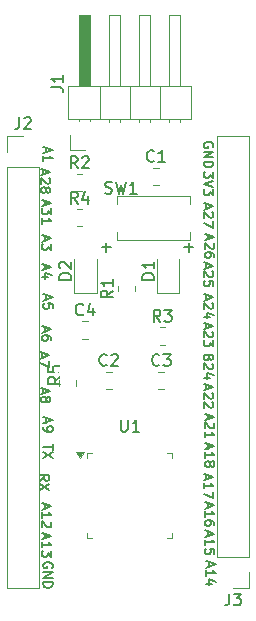
<source format=gto>
G04 #@! TF.GenerationSoftware,KiCad,Pcbnew,9.0.7*
G04 #@! TF.CreationDate,2026-02-04T18:18:03+11:00*
G04 #@! TF.ProjectId,g3507-base,67333530-372d-4626-9173-652e6b696361,rev?*
G04 #@! TF.SameCoordinates,Original*
G04 #@! TF.FileFunction,Legend,Top*
G04 #@! TF.FilePolarity,Positive*
%FSLAX46Y46*%
G04 Gerber Fmt 4.6, Leading zero omitted, Abs format (unit mm)*
G04 Created by KiCad (PCBNEW 9.0.7) date 2026-02-04 18:18:03*
%MOMM*%
%LPD*%
G01*
G04 APERTURE LIST*
%ADD10C,0.152400*%
%ADD11C,0.200000*%
%ADD12C,0.150000*%
%ADD13C,0.120000*%
G04 APERTURE END LIST*
D10*
X125281491Y-58019539D02*
X125320196Y-57942129D01*
X125320196Y-57942129D02*
X125320196Y-57826015D01*
X125320196Y-57826015D02*
X125281491Y-57709901D01*
X125281491Y-57709901D02*
X125204081Y-57632491D01*
X125204081Y-57632491D02*
X125126672Y-57593786D01*
X125126672Y-57593786D02*
X124971853Y-57555082D01*
X124971853Y-57555082D02*
X124855739Y-57555082D01*
X124855739Y-57555082D02*
X124700920Y-57593786D01*
X124700920Y-57593786D02*
X124623510Y-57632491D01*
X124623510Y-57632491D02*
X124546101Y-57709901D01*
X124546101Y-57709901D02*
X124507396Y-57826015D01*
X124507396Y-57826015D02*
X124507396Y-57903424D01*
X124507396Y-57903424D02*
X124546101Y-58019539D01*
X124546101Y-58019539D02*
X124584805Y-58058243D01*
X124584805Y-58058243D02*
X124855739Y-58058243D01*
X124855739Y-58058243D02*
X124855739Y-57903424D01*
X124507396Y-58406586D02*
X125320196Y-58406586D01*
X125320196Y-58406586D02*
X124507396Y-58871043D01*
X124507396Y-58871043D02*
X125320196Y-58871043D01*
X124507396Y-59258091D02*
X125320196Y-59258091D01*
X125320196Y-59258091D02*
X125320196Y-59451615D01*
X125320196Y-59451615D02*
X125281491Y-59567729D01*
X125281491Y-59567729D02*
X125204081Y-59645139D01*
X125204081Y-59645139D02*
X125126672Y-59683844D01*
X125126672Y-59683844D02*
X124971853Y-59722548D01*
X124971853Y-59722548D02*
X124855739Y-59722548D01*
X124855739Y-59722548D02*
X124700920Y-59683844D01*
X124700920Y-59683844D02*
X124623510Y-59645139D01*
X124623510Y-59645139D02*
X124546101Y-59567729D01*
X124546101Y-59567729D02*
X124507396Y-59451615D01*
X124507396Y-59451615D02*
X124507396Y-59258091D01*
X125320196Y-60116377D02*
X125320196Y-60619539D01*
X125320196Y-60619539D02*
X125010558Y-60348605D01*
X125010558Y-60348605D02*
X125010558Y-60464720D01*
X125010558Y-60464720D02*
X124971853Y-60542129D01*
X124971853Y-60542129D02*
X124933148Y-60580834D01*
X124933148Y-60580834D02*
X124855739Y-60619539D01*
X124855739Y-60619539D02*
X124662215Y-60619539D01*
X124662215Y-60619539D02*
X124584805Y-60580834D01*
X124584805Y-60580834D02*
X124546101Y-60542129D01*
X124546101Y-60542129D02*
X124507396Y-60464720D01*
X124507396Y-60464720D02*
X124507396Y-60232491D01*
X124507396Y-60232491D02*
X124546101Y-60155082D01*
X124546101Y-60155082D02*
X124584805Y-60116377D01*
X125320196Y-60851767D02*
X124507396Y-61122700D01*
X124507396Y-61122700D02*
X125320196Y-61393634D01*
X125320196Y-61587158D02*
X125320196Y-62090320D01*
X125320196Y-62090320D02*
X125010558Y-61819386D01*
X125010558Y-61819386D02*
X125010558Y-61935501D01*
X125010558Y-61935501D02*
X124971853Y-62012910D01*
X124971853Y-62012910D02*
X124933148Y-62051615D01*
X124933148Y-62051615D02*
X124855739Y-62090320D01*
X124855739Y-62090320D02*
X124662215Y-62090320D01*
X124662215Y-62090320D02*
X124584805Y-62051615D01*
X124584805Y-62051615D02*
X124546101Y-62012910D01*
X124546101Y-62012910D02*
X124507396Y-61935501D01*
X124507396Y-61935501D02*
X124507396Y-61703272D01*
X124507396Y-61703272D02*
X124546101Y-61625863D01*
X124546101Y-61625863D02*
X124584805Y-61587158D01*
X124739624Y-62855082D02*
X124739624Y-63242129D01*
X124507396Y-62777672D02*
X125320196Y-63048605D01*
X125320196Y-63048605D02*
X124507396Y-63319539D01*
X125242786Y-63551768D02*
X125281491Y-63590472D01*
X125281491Y-63590472D02*
X125320196Y-63667882D01*
X125320196Y-63667882D02*
X125320196Y-63861406D01*
X125320196Y-63861406D02*
X125281491Y-63938815D01*
X125281491Y-63938815D02*
X125242786Y-63977520D01*
X125242786Y-63977520D02*
X125165377Y-64016225D01*
X125165377Y-64016225D02*
X125087967Y-64016225D01*
X125087967Y-64016225D02*
X124971853Y-63977520D01*
X124971853Y-63977520D02*
X124507396Y-63513063D01*
X124507396Y-63513063D02*
X124507396Y-64016225D01*
X125320196Y-64287158D02*
X125320196Y-64829024D01*
X125320196Y-64829024D02*
X124507396Y-64480682D01*
X124839624Y-65455082D02*
X124839624Y-65842129D01*
X124607396Y-65377672D02*
X125420196Y-65648605D01*
X125420196Y-65648605D02*
X124607396Y-65919539D01*
X125342786Y-66151768D02*
X125381491Y-66190472D01*
X125381491Y-66190472D02*
X125420196Y-66267882D01*
X125420196Y-66267882D02*
X125420196Y-66461406D01*
X125420196Y-66461406D02*
X125381491Y-66538815D01*
X125381491Y-66538815D02*
X125342786Y-66577520D01*
X125342786Y-66577520D02*
X125265377Y-66616225D01*
X125265377Y-66616225D02*
X125187967Y-66616225D01*
X125187967Y-66616225D02*
X125071853Y-66577520D01*
X125071853Y-66577520D02*
X124607396Y-66113063D01*
X124607396Y-66113063D02*
X124607396Y-66616225D01*
X125420196Y-67312910D02*
X125420196Y-67158091D01*
X125420196Y-67158091D02*
X125381491Y-67080682D01*
X125381491Y-67080682D02*
X125342786Y-67041977D01*
X125342786Y-67041977D02*
X125226672Y-66964567D01*
X125226672Y-66964567D02*
X125071853Y-66925863D01*
X125071853Y-66925863D02*
X124762215Y-66925863D01*
X124762215Y-66925863D02*
X124684805Y-66964567D01*
X124684805Y-66964567D02*
X124646101Y-67003272D01*
X124646101Y-67003272D02*
X124607396Y-67080682D01*
X124607396Y-67080682D02*
X124607396Y-67235501D01*
X124607396Y-67235501D02*
X124646101Y-67312910D01*
X124646101Y-67312910D02*
X124684805Y-67351615D01*
X124684805Y-67351615D02*
X124762215Y-67390320D01*
X124762215Y-67390320D02*
X124955739Y-67390320D01*
X124955739Y-67390320D02*
X125033148Y-67351615D01*
X125033148Y-67351615D02*
X125071853Y-67312910D01*
X125071853Y-67312910D02*
X125110558Y-67235501D01*
X125110558Y-67235501D02*
X125110558Y-67080682D01*
X125110558Y-67080682D02*
X125071853Y-67003272D01*
X125071853Y-67003272D02*
X125033148Y-66964567D01*
X125033148Y-66964567D02*
X124955739Y-66925863D01*
X124739624Y-67855082D02*
X124739624Y-68242129D01*
X124507396Y-67777672D02*
X125320196Y-68048605D01*
X125320196Y-68048605D02*
X124507396Y-68319539D01*
X125242786Y-68551768D02*
X125281491Y-68590472D01*
X125281491Y-68590472D02*
X125320196Y-68667882D01*
X125320196Y-68667882D02*
X125320196Y-68861406D01*
X125320196Y-68861406D02*
X125281491Y-68938815D01*
X125281491Y-68938815D02*
X125242786Y-68977520D01*
X125242786Y-68977520D02*
X125165377Y-69016225D01*
X125165377Y-69016225D02*
X125087967Y-69016225D01*
X125087967Y-69016225D02*
X124971853Y-68977520D01*
X124971853Y-68977520D02*
X124507396Y-68513063D01*
X124507396Y-68513063D02*
X124507396Y-69016225D01*
X125320196Y-69751615D02*
X125320196Y-69364567D01*
X125320196Y-69364567D02*
X124933148Y-69325863D01*
X124933148Y-69325863D02*
X124971853Y-69364567D01*
X124971853Y-69364567D02*
X125010558Y-69441977D01*
X125010558Y-69441977D02*
X125010558Y-69635501D01*
X125010558Y-69635501D02*
X124971853Y-69712910D01*
X124971853Y-69712910D02*
X124933148Y-69751615D01*
X124933148Y-69751615D02*
X124855739Y-69790320D01*
X124855739Y-69790320D02*
X124662215Y-69790320D01*
X124662215Y-69790320D02*
X124584805Y-69751615D01*
X124584805Y-69751615D02*
X124546101Y-69712910D01*
X124546101Y-69712910D02*
X124507396Y-69635501D01*
X124507396Y-69635501D02*
X124507396Y-69441977D01*
X124507396Y-69441977D02*
X124546101Y-69364567D01*
X124546101Y-69364567D02*
X124584805Y-69325863D01*
X124739624Y-70555082D02*
X124739624Y-70942129D01*
X124507396Y-70477672D02*
X125320196Y-70748605D01*
X125320196Y-70748605D02*
X124507396Y-71019539D01*
X125242786Y-71251768D02*
X125281491Y-71290472D01*
X125281491Y-71290472D02*
X125320196Y-71367882D01*
X125320196Y-71367882D02*
X125320196Y-71561406D01*
X125320196Y-71561406D02*
X125281491Y-71638815D01*
X125281491Y-71638815D02*
X125242786Y-71677520D01*
X125242786Y-71677520D02*
X125165377Y-71716225D01*
X125165377Y-71716225D02*
X125087967Y-71716225D01*
X125087967Y-71716225D02*
X124971853Y-71677520D01*
X124971853Y-71677520D02*
X124507396Y-71213063D01*
X124507396Y-71213063D02*
X124507396Y-71716225D01*
X125049262Y-72412910D02*
X124507396Y-72412910D01*
X125358901Y-72219386D02*
X124778329Y-72025863D01*
X124778329Y-72025863D02*
X124778329Y-72529024D01*
X124739624Y-72955082D02*
X124739624Y-73342129D01*
X124507396Y-72877672D02*
X125320196Y-73148605D01*
X125320196Y-73148605D02*
X124507396Y-73419539D01*
X125242786Y-73651768D02*
X125281491Y-73690472D01*
X125281491Y-73690472D02*
X125320196Y-73767882D01*
X125320196Y-73767882D02*
X125320196Y-73961406D01*
X125320196Y-73961406D02*
X125281491Y-74038815D01*
X125281491Y-74038815D02*
X125242786Y-74077520D01*
X125242786Y-74077520D02*
X125165377Y-74116225D01*
X125165377Y-74116225D02*
X125087967Y-74116225D01*
X125087967Y-74116225D02*
X124971853Y-74077520D01*
X124971853Y-74077520D02*
X124507396Y-73613063D01*
X124507396Y-73613063D02*
X124507396Y-74116225D01*
X125320196Y-74387158D02*
X125320196Y-74890320D01*
X125320196Y-74890320D02*
X125010558Y-74619386D01*
X125010558Y-74619386D02*
X125010558Y-74735501D01*
X125010558Y-74735501D02*
X124971853Y-74812910D01*
X124971853Y-74812910D02*
X124933148Y-74851615D01*
X124933148Y-74851615D02*
X124855739Y-74890320D01*
X124855739Y-74890320D02*
X124662215Y-74890320D01*
X124662215Y-74890320D02*
X124584805Y-74851615D01*
X124584805Y-74851615D02*
X124546101Y-74812910D01*
X124546101Y-74812910D02*
X124507396Y-74735501D01*
X124507396Y-74735501D02*
X124507396Y-74503272D01*
X124507396Y-74503272D02*
X124546101Y-74425863D01*
X124546101Y-74425863D02*
X124584805Y-74387158D01*
X124933148Y-75864720D02*
X124894443Y-75980834D01*
X124894443Y-75980834D02*
X124855739Y-76019539D01*
X124855739Y-76019539D02*
X124778329Y-76058243D01*
X124778329Y-76058243D02*
X124662215Y-76058243D01*
X124662215Y-76058243D02*
X124584805Y-76019539D01*
X124584805Y-76019539D02*
X124546101Y-75980834D01*
X124546101Y-75980834D02*
X124507396Y-75903424D01*
X124507396Y-75903424D02*
X124507396Y-75593786D01*
X124507396Y-75593786D02*
X125320196Y-75593786D01*
X125320196Y-75593786D02*
X125320196Y-75864720D01*
X125320196Y-75864720D02*
X125281491Y-75942129D01*
X125281491Y-75942129D02*
X125242786Y-75980834D01*
X125242786Y-75980834D02*
X125165377Y-76019539D01*
X125165377Y-76019539D02*
X125087967Y-76019539D01*
X125087967Y-76019539D02*
X125010558Y-75980834D01*
X125010558Y-75980834D02*
X124971853Y-75942129D01*
X124971853Y-75942129D02*
X124933148Y-75864720D01*
X124933148Y-75864720D02*
X124933148Y-75593786D01*
X125242786Y-76367882D02*
X125281491Y-76406586D01*
X125281491Y-76406586D02*
X125320196Y-76483996D01*
X125320196Y-76483996D02*
X125320196Y-76677520D01*
X125320196Y-76677520D02*
X125281491Y-76754929D01*
X125281491Y-76754929D02*
X125242786Y-76793634D01*
X125242786Y-76793634D02*
X125165377Y-76832339D01*
X125165377Y-76832339D02*
X125087967Y-76832339D01*
X125087967Y-76832339D02*
X124971853Y-76793634D01*
X124971853Y-76793634D02*
X124507396Y-76329177D01*
X124507396Y-76329177D02*
X124507396Y-76832339D01*
X125049262Y-77529024D02*
X124507396Y-77529024D01*
X125358901Y-77335500D02*
X124778329Y-77141977D01*
X124778329Y-77141977D02*
X124778329Y-77645138D01*
X124739624Y-78155082D02*
X124739624Y-78542129D01*
X124507396Y-78077672D02*
X125320196Y-78348605D01*
X125320196Y-78348605D02*
X124507396Y-78619539D01*
X125242786Y-78851768D02*
X125281491Y-78890472D01*
X125281491Y-78890472D02*
X125320196Y-78967882D01*
X125320196Y-78967882D02*
X125320196Y-79161406D01*
X125320196Y-79161406D02*
X125281491Y-79238815D01*
X125281491Y-79238815D02*
X125242786Y-79277520D01*
X125242786Y-79277520D02*
X125165377Y-79316225D01*
X125165377Y-79316225D02*
X125087967Y-79316225D01*
X125087967Y-79316225D02*
X124971853Y-79277520D01*
X124971853Y-79277520D02*
X124507396Y-78813063D01*
X124507396Y-78813063D02*
X124507396Y-79316225D01*
X125242786Y-79625863D02*
X125281491Y-79664567D01*
X125281491Y-79664567D02*
X125320196Y-79741977D01*
X125320196Y-79741977D02*
X125320196Y-79935501D01*
X125320196Y-79935501D02*
X125281491Y-80012910D01*
X125281491Y-80012910D02*
X125242786Y-80051615D01*
X125242786Y-80051615D02*
X125165377Y-80090320D01*
X125165377Y-80090320D02*
X125087967Y-80090320D01*
X125087967Y-80090320D02*
X124971853Y-80051615D01*
X124971853Y-80051615D02*
X124507396Y-79587158D01*
X124507396Y-79587158D02*
X124507396Y-80090320D01*
X124839624Y-80655082D02*
X124839624Y-81042129D01*
X124607396Y-80577672D02*
X125420196Y-80848605D01*
X125420196Y-80848605D02*
X124607396Y-81119539D01*
X125342786Y-81351768D02*
X125381491Y-81390472D01*
X125381491Y-81390472D02*
X125420196Y-81467882D01*
X125420196Y-81467882D02*
X125420196Y-81661406D01*
X125420196Y-81661406D02*
X125381491Y-81738815D01*
X125381491Y-81738815D02*
X125342786Y-81777520D01*
X125342786Y-81777520D02*
X125265377Y-81816225D01*
X125265377Y-81816225D02*
X125187967Y-81816225D01*
X125187967Y-81816225D02*
X125071853Y-81777520D01*
X125071853Y-81777520D02*
X124607396Y-81313063D01*
X124607396Y-81313063D02*
X124607396Y-81816225D01*
X124607396Y-82590320D02*
X124607396Y-82125863D01*
X124607396Y-82358091D02*
X125420196Y-82358091D01*
X125420196Y-82358091D02*
X125304081Y-82280682D01*
X125304081Y-82280682D02*
X125226672Y-82203272D01*
X125226672Y-82203272D02*
X125187967Y-82125863D01*
X124839624Y-83155082D02*
X124839624Y-83542129D01*
X124607396Y-83077672D02*
X125420196Y-83348605D01*
X125420196Y-83348605D02*
X124607396Y-83619539D01*
X124607396Y-84316225D02*
X124607396Y-83851768D01*
X124607396Y-84083996D02*
X125420196Y-84083996D01*
X125420196Y-84083996D02*
X125304081Y-84006587D01*
X125304081Y-84006587D02*
X125226672Y-83929177D01*
X125226672Y-83929177D02*
X125187967Y-83851768D01*
X125071853Y-84780682D02*
X125110558Y-84703272D01*
X125110558Y-84703272D02*
X125149262Y-84664567D01*
X125149262Y-84664567D02*
X125226672Y-84625863D01*
X125226672Y-84625863D02*
X125265377Y-84625863D01*
X125265377Y-84625863D02*
X125342786Y-84664567D01*
X125342786Y-84664567D02*
X125381491Y-84703272D01*
X125381491Y-84703272D02*
X125420196Y-84780682D01*
X125420196Y-84780682D02*
X125420196Y-84935501D01*
X125420196Y-84935501D02*
X125381491Y-85012910D01*
X125381491Y-85012910D02*
X125342786Y-85051615D01*
X125342786Y-85051615D02*
X125265377Y-85090320D01*
X125265377Y-85090320D02*
X125226672Y-85090320D01*
X125226672Y-85090320D02*
X125149262Y-85051615D01*
X125149262Y-85051615D02*
X125110558Y-85012910D01*
X125110558Y-85012910D02*
X125071853Y-84935501D01*
X125071853Y-84935501D02*
X125071853Y-84780682D01*
X125071853Y-84780682D02*
X125033148Y-84703272D01*
X125033148Y-84703272D02*
X124994443Y-84664567D01*
X124994443Y-84664567D02*
X124917034Y-84625863D01*
X124917034Y-84625863D02*
X124762215Y-84625863D01*
X124762215Y-84625863D02*
X124684805Y-84664567D01*
X124684805Y-84664567D02*
X124646101Y-84703272D01*
X124646101Y-84703272D02*
X124607396Y-84780682D01*
X124607396Y-84780682D02*
X124607396Y-84935501D01*
X124607396Y-84935501D02*
X124646101Y-85012910D01*
X124646101Y-85012910D02*
X124684805Y-85051615D01*
X124684805Y-85051615D02*
X124762215Y-85090320D01*
X124762215Y-85090320D02*
X124917034Y-85090320D01*
X124917034Y-85090320D02*
X124994443Y-85051615D01*
X124994443Y-85051615D02*
X125033148Y-85012910D01*
X125033148Y-85012910D02*
X125071853Y-84935501D01*
X124739624Y-85755082D02*
X124739624Y-86142129D01*
X124507396Y-85677672D02*
X125320196Y-85948605D01*
X125320196Y-85948605D02*
X124507396Y-86219539D01*
X124507396Y-86916225D02*
X124507396Y-86451768D01*
X124507396Y-86683996D02*
X125320196Y-86683996D01*
X125320196Y-86683996D02*
X125204081Y-86606587D01*
X125204081Y-86606587D02*
X125126672Y-86529177D01*
X125126672Y-86529177D02*
X125087967Y-86451768D01*
X125320196Y-87187158D02*
X125320196Y-87729024D01*
X125320196Y-87729024D02*
X124507396Y-87380682D01*
X124839624Y-88155082D02*
X124839624Y-88542129D01*
X124607396Y-88077672D02*
X125420196Y-88348605D01*
X125420196Y-88348605D02*
X124607396Y-88619539D01*
X124607396Y-89316225D02*
X124607396Y-88851768D01*
X124607396Y-89083996D02*
X125420196Y-89083996D01*
X125420196Y-89083996D02*
X125304081Y-89006587D01*
X125304081Y-89006587D02*
X125226672Y-88929177D01*
X125226672Y-88929177D02*
X125187967Y-88851768D01*
X125420196Y-90012910D02*
X125420196Y-89858091D01*
X125420196Y-89858091D02*
X125381491Y-89780682D01*
X125381491Y-89780682D02*
X125342786Y-89741977D01*
X125342786Y-89741977D02*
X125226672Y-89664567D01*
X125226672Y-89664567D02*
X125071853Y-89625863D01*
X125071853Y-89625863D02*
X124762215Y-89625863D01*
X124762215Y-89625863D02*
X124684805Y-89664567D01*
X124684805Y-89664567D02*
X124646101Y-89703272D01*
X124646101Y-89703272D02*
X124607396Y-89780682D01*
X124607396Y-89780682D02*
X124607396Y-89935501D01*
X124607396Y-89935501D02*
X124646101Y-90012910D01*
X124646101Y-90012910D02*
X124684805Y-90051615D01*
X124684805Y-90051615D02*
X124762215Y-90090320D01*
X124762215Y-90090320D02*
X124955739Y-90090320D01*
X124955739Y-90090320D02*
X125033148Y-90051615D01*
X125033148Y-90051615D02*
X125071853Y-90012910D01*
X125071853Y-90012910D02*
X125110558Y-89935501D01*
X125110558Y-89935501D02*
X125110558Y-89780682D01*
X125110558Y-89780682D02*
X125071853Y-89703272D01*
X125071853Y-89703272D02*
X125033148Y-89664567D01*
X125033148Y-89664567D02*
X124955739Y-89625863D01*
X124839624Y-90555082D02*
X124839624Y-90942129D01*
X124607396Y-90477672D02*
X125420196Y-90748605D01*
X125420196Y-90748605D02*
X124607396Y-91019539D01*
X124607396Y-91716225D02*
X124607396Y-91251768D01*
X124607396Y-91483996D02*
X125420196Y-91483996D01*
X125420196Y-91483996D02*
X125304081Y-91406587D01*
X125304081Y-91406587D02*
X125226672Y-91329177D01*
X125226672Y-91329177D02*
X125187967Y-91251768D01*
X125420196Y-92451615D02*
X125420196Y-92064567D01*
X125420196Y-92064567D02*
X125033148Y-92025863D01*
X125033148Y-92025863D02*
X125071853Y-92064567D01*
X125071853Y-92064567D02*
X125110558Y-92141977D01*
X125110558Y-92141977D02*
X125110558Y-92335501D01*
X125110558Y-92335501D02*
X125071853Y-92412910D01*
X125071853Y-92412910D02*
X125033148Y-92451615D01*
X125033148Y-92451615D02*
X124955739Y-92490320D01*
X124955739Y-92490320D02*
X124762215Y-92490320D01*
X124762215Y-92490320D02*
X124684805Y-92451615D01*
X124684805Y-92451615D02*
X124646101Y-92412910D01*
X124646101Y-92412910D02*
X124607396Y-92335501D01*
X124607396Y-92335501D02*
X124607396Y-92141977D01*
X124607396Y-92141977D02*
X124646101Y-92064567D01*
X124646101Y-92064567D02*
X124684805Y-92025863D01*
X124939624Y-93155082D02*
X124939624Y-93542129D01*
X124707396Y-93077672D02*
X125520196Y-93348605D01*
X125520196Y-93348605D02*
X124707396Y-93619539D01*
X124707396Y-94316225D02*
X124707396Y-93851768D01*
X124707396Y-94083996D02*
X125520196Y-94083996D01*
X125520196Y-94083996D02*
X125404081Y-94006587D01*
X125404081Y-94006587D02*
X125326672Y-93929177D01*
X125326672Y-93929177D02*
X125287967Y-93851768D01*
X125249262Y-95012910D02*
X124707396Y-95012910D01*
X125558901Y-94819386D02*
X124978329Y-94625863D01*
X124978329Y-94625863D02*
X124978329Y-95129024D01*
X111681491Y-93619539D02*
X111720196Y-93542129D01*
X111720196Y-93542129D02*
X111720196Y-93426015D01*
X111720196Y-93426015D02*
X111681491Y-93309901D01*
X111681491Y-93309901D02*
X111604081Y-93232491D01*
X111604081Y-93232491D02*
X111526672Y-93193786D01*
X111526672Y-93193786D02*
X111371853Y-93155082D01*
X111371853Y-93155082D02*
X111255739Y-93155082D01*
X111255739Y-93155082D02*
X111100920Y-93193786D01*
X111100920Y-93193786D02*
X111023510Y-93232491D01*
X111023510Y-93232491D02*
X110946101Y-93309901D01*
X110946101Y-93309901D02*
X110907396Y-93426015D01*
X110907396Y-93426015D02*
X110907396Y-93503424D01*
X110907396Y-93503424D02*
X110946101Y-93619539D01*
X110946101Y-93619539D02*
X110984805Y-93658243D01*
X110984805Y-93658243D02*
X111255739Y-93658243D01*
X111255739Y-93658243D02*
X111255739Y-93503424D01*
X110907396Y-94006586D02*
X111720196Y-94006586D01*
X111720196Y-94006586D02*
X110907396Y-94471043D01*
X110907396Y-94471043D02*
X111720196Y-94471043D01*
X110907396Y-94858091D02*
X111720196Y-94858091D01*
X111720196Y-94858091D02*
X111720196Y-95051615D01*
X111720196Y-95051615D02*
X111681491Y-95167729D01*
X111681491Y-95167729D02*
X111604081Y-95245139D01*
X111604081Y-95245139D02*
X111526672Y-95283844D01*
X111526672Y-95283844D02*
X111371853Y-95322548D01*
X111371853Y-95322548D02*
X111255739Y-95322548D01*
X111255739Y-95322548D02*
X111100920Y-95283844D01*
X111100920Y-95283844D02*
X111023510Y-95245139D01*
X111023510Y-95245139D02*
X110946101Y-95167729D01*
X110946101Y-95167729D02*
X110907396Y-95051615D01*
X110907396Y-95051615D02*
X110907396Y-94858091D01*
X111039624Y-90755082D02*
X111039624Y-91142129D01*
X110807396Y-90677672D02*
X111620196Y-90948605D01*
X111620196Y-90948605D02*
X110807396Y-91219539D01*
X110807396Y-91916225D02*
X110807396Y-91451768D01*
X110807396Y-91683996D02*
X111620196Y-91683996D01*
X111620196Y-91683996D02*
X111504081Y-91606587D01*
X111504081Y-91606587D02*
X111426672Y-91529177D01*
X111426672Y-91529177D02*
X111387967Y-91451768D01*
X111620196Y-92187158D02*
X111620196Y-92690320D01*
X111620196Y-92690320D02*
X111310558Y-92419386D01*
X111310558Y-92419386D02*
X111310558Y-92535501D01*
X111310558Y-92535501D02*
X111271853Y-92612910D01*
X111271853Y-92612910D02*
X111233148Y-92651615D01*
X111233148Y-92651615D02*
X111155739Y-92690320D01*
X111155739Y-92690320D02*
X110962215Y-92690320D01*
X110962215Y-92690320D02*
X110884805Y-92651615D01*
X110884805Y-92651615D02*
X110846101Y-92612910D01*
X110846101Y-92612910D02*
X110807396Y-92535501D01*
X110807396Y-92535501D02*
X110807396Y-92303272D01*
X110807396Y-92303272D02*
X110846101Y-92225863D01*
X110846101Y-92225863D02*
X110884805Y-92187158D01*
X111039624Y-88255082D02*
X111039624Y-88642129D01*
X110807396Y-88177672D02*
X111620196Y-88448605D01*
X111620196Y-88448605D02*
X110807396Y-88719539D01*
X110807396Y-89416225D02*
X110807396Y-88951768D01*
X110807396Y-89183996D02*
X111620196Y-89183996D01*
X111620196Y-89183996D02*
X111504081Y-89106587D01*
X111504081Y-89106587D02*
X111426672Y-89029177D01*
X111426672Y-89029177D02*
X111387967Y-88951768D01*
X111542786Y-89725863D02*
X111581491Y-89764567D01*
X111581491Y-89764567D02*
X111620196Y-89841977D01*
X111620196Y-89841977D02*
X111620196Y-90035501D01*
X111620196Y-90035501D02*
X111581491Y-90112910D01*
X111581491Y-90112910D02*
X111542786Y-90151615D01*
X111542786Y-90151615D02*
X111465377Y-90190320D01*
X111465377Y-90190320D02*
X111387967Y-90190320D01*
X111387967Y-90190320D02*
X111271853Y-90151615D01*
X111271853Y-90151615D02*
X110807396Y-89687158D01*
X110807396Y-89687158D02*
X110807396Y-90190320D01*
X110607396Y-86258243D02*
X110994443Y-85987310D01*
X110607396Y-85793786D02*
X111420196Y-85793786D01*
X111420196Y-85793786D02*
X111420196Y-86103424D01*
X111420196Y-86103424D02*
X111381491Y-86180834D01*
X111381491Y-86180834D02*
X111342786Y-86219539D01*
X111342786Y-86219539D02*
X111265377Y-86258243D01*
X111265377Y-86258243D02*
X111149262Y-86258243D01*
X111149262Y-86258243D02*
X111071853Y-86219539D01*
X111071853Y-86219539D02*
X111033148Y-86180834D01*
X111033148Y-86180834D02*
X110994443Y-86103424D01*
X110994443Y-86103424D02*
X110994443Y-85793786D01*
X111420196Y-86529177D02*
X110607396Y-87071043D01*
X111420196Y-87071043D02*
X110607396Y-86529177D01*
X111720196Y-83177672D02*
X111720196Y-83642129D01*
X110907396Y-83409901D02*
X111720196Y-83409901D01*
X111720196Y-83835653D02*
X110907396Y-84377519D01*
X111720196Y-84377519D02*
X110907396Y-83835653D01*
X111139624Y-80955082D02*
X111139624Y-81342129D01*
X110907396Y-80877672D02*
X111720196Y-81148605D01*
X111720196Y-81148605D02*
X110907396Y-81419539D01*
X110907396Y-81729177D02*
X110907396Y-81883996D01*
X110907396Y-81883996D02*
X110946101Y-81961406D01*
X110946101Y-81961406D02*
X110984805Y-82000110D01*
X110984805Y-82000110D02*
X111100920Y-82077520D01*
X111100920Y-82077520D02*
X111255739Y-82116225D01*
X111255739Y-82116225D02*
X111565377Y-82116225D01*
X111565377Y-82116225D02*
X111642786Y-82077520D01*
X111642786Y-82077520D02*
X111681491Y-82038815D01*
X111681491Y-82038815D02*
X111720196Y-81961406D01*
X111720196Y-81961406D02*
X111720196Y-81806587D01*
X111720196Y-81806587D02*
X111681491Y-81729177D01*
X111681491Y-81729177D02*
X111642786Y-81690472D01*
X111642786Y-81690472D02*
X111565377Y-81651768D01*
X111565377Y-81651768D02*
X111371853Y-81651768D01*
X111371853Y-81651768D02*
X111294443Y-81690472D01*
X111294443Y-81690472D02*
X111255739Y-81729177D01*
X111255739Y-81729177D02*
X111217034Y-81806587D01*
X111217034Y-81806587D02*
X111217034Y-81961406D01*
X111217034Y-81961406D02*
X111255739Y-82038815D01*
X111255739Y-82038815D02*
X111294443Y-82077520D01*
X111294443Y-82077520D02*
X111371853Y-82116225D01*
X110939624Y-78455082D02*
X110939624Y-78842129D01*
X110707396Y-78377672D02*
X111520196Y-78648605D01*
X111520196Y-78648605D02*
X110707396Y-78919539D01*
X111171853Y-79306587D02*
X111210558Y-79229177D01*
X111210558Y-79229177D02*
X111249262Y-79190472D01*
X111249262Y-79190472D02*
X111326672Y-79151768D01*
X111326672Y-79151768D02*
X111365377Y-79151768D01*
X111365377Y-79151768D02*
X111442786Y-79190472D01*
X111442786Y-79190472D02*
X111481491Y-79229177D01*
X111481491Y-79229177D02*
X111520196Y-79306587D01*
X111520196Y-79306587D02*
X111520196Y-79461406D01*
X111520196Y-79461406D02*
X111481491Y-79538815D01*
X111481491Y-79538815D02*
X111442786Y-79577520D01*
X111442786Y-79577520D02*
X111365377Y-79616225D01*
X111365377Y-79616225D02*
X111326672Y-79616225D01*
X111326672Y-79616225D02*
X111249262Y-79577520D01*
X111249262Y-79577520D02*
X111210558Y-79538815D01*
X111210558Y-79538815D02*
X111171853Y-79461406D01*
X111171853Y-79461406D02*
X111171853Y-79306587D01*
X111171853Y-79306587D02*
X111133148Y-79229177D01*
X111133148Y-79229177D02*
X111094443Y-79190472D01*
X111094443Y-79190472D02*
X111017034Y-79151768D01*
X111017034Y-79151768D02*
X110862215Y-79151768D01*
X110862215Y-79151768D02*
X110784805Y-79190472D01*
X110784805Y-79190472D02*
X110746101Y-79229177D01*
X110746101Y-79229177D02*
X110707396Y-79306587D01*
X110707396Y-79306587D02*
X110707396Y-79461406D01*
X110707396Y-79461406D02*
X110746101Y-79538815D01*
X110746101Y-79538815D02*
X110784805Y-79577520D01*
X110784805Y-79577520D02*
X110862215Y-79616225D01*
X110862215Y-79616225D02*
X111017034Y-79616225D01*
X111017034Y-79616225D02*
X111094443Y-79577520D01*
X111094443Y-79577520D02*
X111133148Y-79538815D01*
X111133148Y-79538815D02*
X111171853Y-79461406D01*
X110839624Y-75455082D02*
X110839624Y-75842129D01*
X110607396Y-75377672D02*
X111420196Y-75648605D01*
X111420196Y-75648605D02*
X110607396Y-75919539D01*
X111420196Y-76113063D02*
X111420196Y-76654929D01*
X111420196Y-76654929D02*
X110607396Y-76306587D01*
X111039624Y-73255082D02*
X111039624Y-73642129D01*
X110807396Y-73177672D02*
X111620196Y-73448605D01*
X111620196Y-73448605D02*
X110807396Y-73719539D01*
X111620196Y-74338815D02*
X111620196Y-74183996D01*
X111620196Y-74183996D02*
X111581491Y-74106587D01*
X111581491Y-74106587D02*
X111542786Y-74067882D01*
X111542786Y-74067882D02*
X111426672Y-73990472D01*
X111426672Y-73990472D02*
X111271853Y-73951768D01*
X111271853Y-73951768D02*
X110962215Y-73951768D01*
X110962215Y-73951768D02*
X110884805Y-73990472D01*
X110884805Y-73990472D02*
X110846101Y-74029177D01*
X110846101Y-74029177D02*
X110807396Y-74106587D01*
X110807396Y-74106587D02*
X110807396Y-74261406D01*
X110807396Y-74261406D02*
X110846101Y-74338815D01*
X110846101Y-74338815D02*
X110884805Y-74377520D01*
X110884805Y-74377520D02*
X110962215Y-74416225D01*
X110962215Y-74416225D02*
X111155739Y-74416225D01*
X111155739Y-74416225D02*
X111233148Y-74377520D01*
X111233148Y-74377520D02*
X111271853Y-74338815D01*
X111271853Y-74338815D02*
X111310558Y-74261406D01*
X111310558Y-74261406D02*
X111310558Y-74106587D01*
X111310558Y-74106587D02*
X111271853Y-74029177D01*
X111271853Y-74029177D02*
X111233148Y-73990472D01*
X111233148Y-73990472D02*
X111155739Y-73951768D01*
X111139624Y-70555082D02*
X111139624Y-70942129D01*
X110907396Y-70477672D02*
X111720196Y-70748605D01*
X111720196Y-70748605D02*
X110907396Y-71019539D01*
X111720196Y-71677520D02*
X111720196Y-71290472D01*
X111720196Y-71290472D02*
X111333148Y-71251768D01*
X111333148Y-71251768D02*
X111371853Y-71290472D01*
X111371853Y-71290472D02*
X111410558Y-71367882D01*
X111410558Y-71367882D02*
X111410558Y-71561406D01*
X111410558Y-71561406D02*
X111371853Y-71638815D01*
X111371853Y-71638815D02*
X111333148Y-71677520D01*
X111333148Y-71677520D02*
X111255739Y-71716225D01*
X111255739Y-71716225D02*
X111062215Y-71716225D01*
X111062215Y-71716225D02*
X110984805Y-71677520D01*
X110984805Y-71677520D02*
X110946101Y-71638815D01*
X110946101Y-71638815D02*
X110907396Y-71561406D01*
X110907396Y-71561406D02*
X110907396Y-71367882D01*
X110907396Y-71367882D02*
X110946101Y-71290472D01*
X110946101Y-71290472D02*
X110984805Y-71251768D01*
X111039624Y-67955082D02*
X111039624Y-68342129D01*
X110807396Y-67877672D02*
X111620196Y-68148605D01*
X111620196Y-68148605D02*
X110807396Y-68419539D01*
X111349262Y-69038815D02*
X110807396Y-69038815D01*
X111658901Y-68845291D02*
X111078329Y-68651768D01*
X111078329Y-68651768D02*
X111078329Y-69154929D01*
X111039624Y-65555082D02*
X111039624Y-65942129D01*
X110807396Y-65477672D02*
X111620196Y-65748605D01*
X111620196Y-65748605D02*
X110807396Y-66019539D01*
X111620196Y-66213063D02*
X111620196Y-66716225D01*
X111620196Y-66716225D02*
X111310558Y-66445291D01*
X111310558Y-66445291D02*
X111310558Y-66561406D01*
X111310558Y-66561406D02*
X111271853Y-66638815D01*
X111271853Y-66638815D02*
X111233148Y-66677520D01*
X111233148Y-66677520D02*
X111155739Y-66716225D01*
X111155739Y-66716225D02*
X110962215Y-66716225D01*
X110962215Y-66716225D02*
X110884805Y-66677520D01*
X110884805Y-66677520D02*
X110846101Y-66638815D01*
X110846101Y-66638815D02*
X110807396Y-66561406D01*
X110807396Y-66561406D02*
X110807396Y-66329177D01*
X110807396Y-66329177D02*
X110846101Y-66251768D01*
X110846101Y-66251768D02*
X110884805Y-66213063D01*
X111039624Y-62555082D02*
X111039624Y-62942129D01*
X110807396Y-62477672D02*
X111620196Y-62748605D01*
X111620196Y-62748605D02*
X110807396Y-63019539D01*
X111620196Y-63213063D02*
X111620196Y-63716225D01*
X111620196Y-63716225D02*
X111310558Y-63445291D01*
X111310558Y-63445291D02*
X111310558Y-63561406D01*
X111310558Y-63561406D02*
X111271853Y-63638815D01*
X111271853Y-63638815D02*
X111233148Y-63677520D01*
X111233148Y-63677520D02*
X111155739Y-63716225D01*
X111155739Y-63716225D02*
X110962215Y-63716225D01*
X110962215Y-63716225D02*
X110884805Y-63677520D01*
X110884805Y-63677520D02*
X110846101Y-63638815D01*
X110846101Y-63638815D02*
X110807396Y-63561406D01*
X110807396Y-63561406D02*
X110807396Y-63329177D01*
X110807396Y-63329177D02*
X110846101Y-63251768D01*
X110846101Y-63251768D02*
X110884805Y-63213063D01*
X110807396Y-64490320D02*
X110807396Y-64025863D01*
X110807396Y-64258091D02*
X111620196Y-64258091D01*
X111620196Y-64258091D02*
X111504081Y-64180682D01*
X111504081Y-64180682D02*
X111426672Y-64103272D01*
X111426672Y-64103272D02*
X111387967Y-64025863D01*
X110939624Y-59945082D02*
X110939624Y-60332129D01*
X110707396Y-59867672D02*
X111520196Y-60138605D01*
X111520196Y-60138605D02*
X110707396Y-60409539D01*
X111442786Y-60641768D02*
X111481491Y-60680472D01*
X111481491Y-60680472D02*
X111520196Y-60757882D01*
X111520196Y-60757882D02*
X111520196Y-60951406D01*
X111520196Y-60951406D02*
X111481491Y-61028815D01*
X111481491Y-61028815D02*
X111442786Y-61067520D01*
X111442786Y-61067520D02*
X111365377Y-61106225D01*
X111365377Y-61106225D02*
X111287967Y-61106225D01*
X111287967Y-61106225D02*
X111171853Y-61067520D01*
X111171853Y-61067520D02*
X110707396Y-60603063D01*
X110707396Y-60603063D02*
X110707396Y-61106225D01*
X111171853Y-61570682D02*
X111210558Y-61493272D01*
X111210558Y-61493272D02*
X111249262Y-61454567D01*
X111249262Y-61454567D02*
X111326672Y-61415863D01*
X111326672Y-61415863D02*
X111365377Y-61415863D01*
X111365377Y-61415863D02*
X111442786Y-61454567D01*
X111442786Y-61454567D02*
X111481491Y-61493272D01*
X111481491Y-61493272D02*
X111520196Y-61570682D01*
X111520196Y-61570682D02*
X111520196Y-61725501D01*
X111520196Y-61725501D02*
X111481491Y-61802910D01*
X111481491Y-61802910D02*
X111442786Y-61841615D01*
X111442786Y-61841615D02*
X111365377Y-61880320D01*
X111365377Y-61880320D02*
X111326672Y-61880320D01*
X111326672Y-61880320D02*
X111249262Y-61841615D01*
X111249262Y-61841615D02*
X111210558Y-61802910D01*
X111210558Y-61802910D02*
X111171853Y-61725501D01*
X111171853Y-61725501D02*
X111171853Y-61570682D01*
X111171853Y-61570682D02*
X111133148Y-61493272D01*
X111133148Y-61493272D02*
X111094443Y-61454567D01*
X111094443Y-61454567D02*
X111017034Y-61415863D01*
X111017034Y-61415863D02*
X110862215Y-61415863D01*
X110862215Y-61415863D02*
X110784805Y-61454567D01*
X110784805Y-61454567D02*
X110746101Y-61493272D01*
X110746101Y-61493272D02*
X110707396Y-61570682D01*
X110707396Y-61570682D02*
X110707396Y-61725501D01*
X110707396Y-61725501D02*
X110746101Y-61802910D01*
X110746101Y-61802910D02*
X110784805Y-61841615D01*
X110784805Y-61841615D02*
X110862215Y-61880320D01*
X110862215Y-61880320D02*
X111017034Y-61880320D01*
X111017034Y-61880320D02*
X111094443Y-61841615D01*
X111094443Y-61841615D02*
X111133148Y-61802910D01*
X111133148Y-61802910D02*
X111171853Y-61725501D01*
X111139624Y-58055082D02*
X111139624Y-58442129D01*
X110907396Y-57977672D02*
X111720196Y-58248605D01*
X111720196Y-58248605D02*
X110907396Y-58519539D01*
X110907396Y-59216225D02*
X110907396Y-58751768D01*
X110907396Y-58983996D02*
X111720196Y-58983996D01*
X111720196Y-58983996D02*
X111604081Y-58906587D01*
X111604081Y-58906587D02*
X111526672Y-58829177D01*
X111526672Y-58829177D02*
X111487967Y-58751768D01*
D11*
X115869673Y-66486266D02*
X116631578Y-66486266D01*
X116250625Y-66867219D02*
X116250625Y-66105314D01*
X122869673Y-66486266D02*
X123631578Y-66486266D01*
X123250625Y-66867219D02*
X123250625Y-66105314D01*
D12*
X112354819Y-77466666D02*
X111878628Y-77799999D01*
X112354819Y-78038094D02*
X111354819Y-78038094D01*
X111354819Y-78038094D02*
X111354819Y-77657142D01*
X111354819Y-77657142D02*
X111402438Y-77561904D01*
X111402438Y-77561904D02*
X111450057Y-77514285D01*
X111450057Y-77514285D02*
X111545295Y-77466666D01*
X111545295Y-77466666D02*
X111688152Y-77466666D01*
X111688152Y-77466666D02*
X111783390Y-77514285D01*
X111783390Y-77514285D02*
X111831009Y-77561904D01*
X111831009Y-77561904D02*
X111878628Y-77657142D01*
X111878628Y-77657142D02*
X111878628Y-78038094D01*
X111354819Y-76561904D02*
X111354819Y-77038094D01*
X111354819Y-77038094D02*
X111831009Y-77085713D01*
X111831009Y-77085713D02*
X111783390Y-77038094D01*
X111783390Y-77038094D02*
X111735771Y-76942856D01*
X111735771Y-76942856D02*
X111735771Y-76704761D01*
X111735771Y-76704761D02*
X111783390Y-76609523D01*
X111783390Y-76609523D02*
X111831009Y-76561904D01*
X111831009Y-76561904D02*
X111926247Y-76514285D01*
X111926247Y-76514285D02*
X112164342Y-76514285D01*
X112164342Y-76514285D02*
X112259580Y-76561904D01*
X112259580Y-76561904D02*
X112307200Y-76609523D01*
X112307200Y-76609523D02*
X112354819Y-76704761D01*
X112354819Y-76704761D02*
X112354819Y-76942856D01*
X112354819Y-76942856D02*
X112307200Y-77038094D01*
X112307200Y-77038094D02*
X112259580Y-77085713D01*
X120750833Y-76459580D02*
X120703214Y-76507200D01*
X120703214Y-76507200D02*
X120560357Y-76554819D01*
X120560357Y-76554819D02*
X120465119Y-76554819D01*
X120465119Y-76554819D02*
X120322262Y-76507200D01*
X120322262Y-76507200D02*
X120227024Y-76411961D01*
X120227024Y-76411961D02*
X120179405Y-76316723D01*
X120179405Y-76316723D02*
X120131786Y-76126247D01*
X120131786Y-76126247D02*
X120131786Y-75983390D01*
X120131786Y-75983390D02*
X120179405Y-75792914D01*
X120179405Y-75792914D02*
X120227024Y-75697676D01*
X120227024Y-75697676D02*
X120322262Y-75602438D01*
X120322262Y-75602438D02*
X120465119Y-75554819D01*
X120465119Y-75554819D02*
X120560357Y-75554819D01*
X120560357Y-75554819D02*
X120703214Y-75602438D01*
X120703214Y-75602438D02*
X120750833Y-75650057D01*
X121084167Y-75554819D02*
X121703214Y-75554819D01*
X121703214Y-75554819D02*
X121369881Y-75935771D01*
X121369881Y-75935771D02*
X121512738Y-75935771D01*
X121512738Y-75935771D02*
X121607976Y-75983390D01*
X121607976Y-75983390D02*
X121655595Y-76031009D01*
X121655595Y-76031009D02*
X121703214Y-76126247D01*
X121703214Y-76126247D02*
X121703214Y-76364342D01*
X121703214Y-76364342D02*
X121655595Y-76459580D01*
X121655595Y-76459580D02*
X121607976Y-76507200D01*
X121607976Y-76507200D02*
X121512738Y-76554819D01*
X121512738Y-76554819D02*
X121227024Y-76554819D01*
X121227024Y-76554819D02*
X121131786Y-76507200D01*
X121131786Y-76507200D02*
X121084167Y-76459580D01*
X114295833Y-72179580D02*
X114248214Y-72227200D01*
X114248214Y-72227200D02*
X114105357Y-72274819D01*
X114105357Y-72274819D02*
X114010119Y-72274819D01*
X114010119Y-72274819D02*
X113867262Y-72227200D01*
X113867262Y-72227200D02*
X113772024Y-72131961D01*
X113772024Y-72131961D02*
X113724405Y-72036723D01*
X113724405Y-72036723D02*
X113676786Y-71846247D01*
X113676786Y-71846247D02*
X113676786Y-71703390D01*
X113676786Y-71703390D02*
X113724405Y-71512914D01*
X113724405Y-71512914D02*
X113772024Y-71417676D01*
X113772024Y-71417676D02*
X113867262Y-71322438D01*
X113867262Y-71322438D02*
X114010119Y-71274819D01*
X114010119Y-71274819D02*
X114105357Y-71274819D01*
X114105357Y-71274819D02*
X114248214Y-71322438D01*
X114248214Y-71322438D02*
X114295833Y-71370057D01*
X115152976Y-71608152D02*
X115152976Y-72274819D01*
X114914881Y-71227200D02*
X114676786Y-71941485D01*
X114676786Y-71941485D02*
X115295833Y-71941485D01*
X116295833Y-76459580D02*
X116248214Y-76507200D01*
X116248214Y-76507200D02*
X116105357Y-76554819D01*
X116105357Y-76554819D02*
X116010119Y-76554819D01*
X116010119Y-76554819D02*
X115867262Y-76507200D01*
X115867262Y-76507200D02*
X115772024Y-76411961D01*
X115772024Y-76411961D02*
X115724405Y-76316723D01*
X115724405Y-76316723D02*
X115676786Y-76126247D01*
X115676786Y-76126247D02*
X115676786Y-75983390D01*
X115676786Y-75983390D02*
X115724405Y-75792914D01*
X115724405Y-75792914D02*
X115772024Y-75697676D01*
X115772024Y-75697676D02*
X115867262Y-75602438D01*
X115867262Y-75602438D02*
X116010119Y-75554819D01*
X116010119Y-75554819D02*
X116105357Y-75554819D01*
X116105357Y-75554819D02*
X116248214Y-75602438D01*
X116248214Y-75602438D02*
X116295833Y-75650057D01*
X116676786Y-75650057D02*
X116724405Y-75602438D01*
X116724405Y-75602438D02*
X116819643Y-75554819D01*
X116819643Y-75554819D02*
X117057738Y-75554819D01*
X117057738Y-75554819D02*
X117152976Y-75602438D01*
X117152976Y-75602438D02*
X117200595Y-75650057D01*
X117200595Y-75650057D02*
X117248214Y-75745295D01*
X117248214Y-75745295D02*
X117248214Y-75840533D01*
X117248214Y-75840533D02*
X117200595Y-75983390D01*
X117200595Y-75983390D02*
X116629167Y-76554819D01*
X116629167Y-76554819D02*
X117248214Y-76554819D01*
X120295833Y-59179580D02*
X120248214Y-59227200D01*
X120248214Y-59227200D02*
X120105357Y-59274819D01*
X120105357Y-59274819D02*
X120010119Y-59274819D01*
X120010119Y-59274819D02*
X119867262Y-59227200D01*
X119867262Y-59227200D02*
X119772024Y-59131961D01*
X119772024Y-59131961D02*
X119724405Y-59036723D01*
X119724405Y-59036723D02*
X119676786Y-58846247D01*
X119676786Y-58846247D02*
X119676786Y-58703390D01*
X119676786Y-58703390D02*
X119724405Y-58512914D01*
X119724405Y-58512914D02*
X119772024Y-58417676D01*
X119772024Y-58417676D02*
X119867262Y-58322438D01*
X119867262Y-58322438D02*
X120010119Y-58274819D01*
X120010119Y-58274819D02*
X120105357Y-58274819D01*
X120105357Y-58274819D02*
X120248214Y-58322438D01*
X120248214Y-58322438D02*
X120295833Y-58370057D01*
X121248214Y-59274819D02*
X120676786Y-59274819D01*
X120962500Y-59274819D02*
X120962500Y-58274819D01*
X120962500Y-58274819D02*
X120867262Y-58417676D01*
X120867262Y-58417676D02*
X120772024Y-58512914D01*
X120772024Y-58512914D02*
X120676786Y-58560533D01*
X117488095Y-81104819D02*
X117488095Y-81914342D01*
X117488095Y-81914342D02*
X117535714Y-82009580D01*
X117535714Y-82009580D02*
X117583333Y-82057200D01*
X117583333Y-82057200D02*
X117678571Y-82104819D01*
X117678571Y-82104819D02*
X117869047Y-82104819D01*
X117869047Y-82104819D02*
X117964285Y-82057200D01*
X117964285Y-82057200D02*
X118011904Y-82009580D01*
X118011904Y-82009580D02*
X118059523Y-81914342D01*
X118059523Y-81914342D02*
X118059523Y-81104819D01*
X119059523Y-82104819D02*
X118488095Y-82104819D01*
X118773809Y-82104819D02*
X118773809Y-81104819D01*
X118773809Y-81104819D02*
X118678571Y-81247676D01*
X118678571Y-81247676D02*
X118583333Y-81342914D01*
X118583333Y-81342914D02*
X118488095Y-81390533D01*
X111604819Y-52948333D02*
X112319104Y-52948333D01*
X112319104Y-52948333D02*
X112461961Y-52995952D01*
X112461961Y-52995952D02*
X112557200Y-53091190D01*
X112557200Y-53091190D02*
X112604819Y-53234047D01*
X112604819Y-53234047D02*
X112604819Y-53329285D01*
X112604819Y-51948333D02*
X112604819Y-52519761D01*
X112604819Y-52234047D02*
X111604819Y-52234047D01*
X111604819Y-52234047D02*
X111747676Y-52329285D01*
X111747676Y-52329285D02*
X111842914Y-52424523D01*
X111842914Y-52424523D02*
X111890533Y-52519761D01*
X116804819Y-70166666D02*
X116328628Y-70499999D01*
X116804819Y-70738094D02*
X115804819Y-70738094D01*
X115804819Y-70738094D02*
X115804819Y-70357142D01*
X115804819Y-70357142D02*
X115852438Y-70261904D01*
X115852438Y-70261904D02*
X115900057Y-70214285D01*
X115900057Y-70214285D02*
X115995295Y-70166666D01*
X115995295Y-70166666D02*
X116138152Y-70166666D01*
X116138152Y-70166666D02*
X116233390Y-70214285D01*
X116233390Y-70214285D02*
X116281009Y-70261904D01*
X116281009Y-70261904D02*
X116328628Y-70357142D01*
X116328628Y-70357142D02*
X116328628Y-70738094D01*
X116804819Y-69214285D02*
X116804819Y-69785713D01*
X116804819Y-69499999D02*
X115804819Y-69499999D01*
X115804819Y-69499999D02*
X115947676Y-69595237D01*
X115947676Y-69595237D02*
X116042914Y-69690475D01*
X116042914Y-69690475D02*
X116090533Y-69785713D01*
X113279819Y-69238094D02*
X112279819Y-69238094D01*
X112279819Y-69238094D02*
X112279819Y-68999999D01*
X112279819Y-68999999D02*
X112327438Y-68857142D01*
X112327438Y-68857142D02*
X112422676Y-68761904D01*
X112422676Y-68761904D02*
X112517914Y-68714285D01*
X112517914Y-68714285D02*
X112708390Y-68666666D01*
X112708390Y-68666666D02*
X112851247Y-68666666D01*
X112851247Y-68666666D02*
X113041723Y-68714285D01*
X113041723Y-68714285D02*
X113136961Y-68761904D01*
X113136961Y-68761904D02*
X113232200Y-68857142D01*
X113232200Y-68857142D02*
X113279819Y-68999999D01*
X113279819Y-68999999D02*
X113279819Y-69238094D01*
X112375057Y-68285713D02*
X112327438Y-68238094D01*
X112327438Y-68238094D02*
X112279819Y-68142856D01*
X112279819Y-68142856D02*
X112279819Y-67904761D01*
X112279819Y-67904761D02*
X112327438Y-67809523D01*
X112327438Y-67809523D02*
X112375057Y-67761904D01*
X112375057Y-67761904D02*
X112470295Y-67714285D01*
X112470295Y-67714285D02*
X112565533Y-67714285D01*
X112565533Y-67714285D02*
X112708390Y-67761904D01*
X112708390Y-67761904D02*
X113279819Y-68333332D01*
X113279819Y-68333332D02*
X113279819Y-67714285D01*
X116166667Y-61907200D02*
X116309524Y-61954819D01*
X116309524Y-61954819D02*
X116547619Y-61954819D01*
X116547619Y-61954819D02*
X116642857Y-61907200D01*
X116642857Y-61907200D02*
X116690476Y-61859580D01*
X116690476Y-61859580D02*
X116738095Y-61764342D01*
X116738095Y-61764342D02*
X116738095Y-61669104D01*
X116738095Y-61669104D02*
X116690476Y-61573866D01*
X116690476Y-61573866D02*
X116642857Y-61526247D01*
X116642857Y-61526247D02*
X116547619Y-61478628D01*
X116547619Y-61478628D02*
X116357143Y-61431009D01*
X116357143Y-61431009D02*
X116261905Y-61383390D01*
X116261905Y-61383390D02*
X116214286Y-61335771D01*
X116214286Y-61335771D02*
X116166667Y-61240533D01*
X116166667Y-61240533D02*
X116166667Y-61145295D01*
X116166667Y-61145295D02*
X116214286Y-61050057D01*
X116214286Y-61050057D02*
X116261905Y-61002438D01*
X116261905Y-61002438D02*
X116357143Y-60954819D01*
X116357143Y-60954819D02*
X116595238Y-60954819D01*
X116595238Y-60954819D02*
X116738095Y-61002438D01*
X117071429Y-60954819D02*
X117309524Y-61954819D01*
X117309524Y-61954819D02*
X117500000Y-61240533D01*
X117500000Y-61240533D02*
X117690476Y-61954819D01*
X117690476Y-61954819D02*
X117928572Y-60954819D01*
X118833333Y-61954819D02*
X118261905Y-61954819D01*
X118547619Y-61954819D02*
X118547619Y-60954819D01*
X118547619Y-60954819D02*
X118452381Y-61097676D01*
X118452381Y-61097676D02*
X118357143Y-61192914D01*
X118357143Y-61192914D02*
X118261905Y-61240533D01*
X120833333Y-72804819D02*
X120500000Y-72328628D01*
X120261905Y-72804819D02*
X120261905Y-71804819D01*
X120261905Y-71804819D02*
X120642857Y-71804819D01*
X120642857Y-71804819D02*
X120738095Y-71852438D01*
X120738095Y-71852438D02*
X120785714Y-71900057D01*
X120785714Y-71900057D02*
X120833333Y-71995295D01*
X120833333Y-71995295D02*
X120833333Y-72138152D01*
X120833333Y-72138152D02*
X120785714Y-72233390D01*
X120785714Y-72233390D02*
X120738095Y-72281009D01*
X120738095Y-72281009D02*
X120642857Y-72328628D01*
X120642857Y-72328628D02*
X120261905Y-72328628D01*
X121166667Y-71804819D02*
X121785714Y-71804819D01*
X121785714Y-71804819D02*
X121452381Y-72185771D01*
X121452381Y-72185771D02*
X121595238Y-72185771D01*
X121595238Y-72185771D02*
X121690476Y-72233390D01*
X121690476Y-72233390D02*
X121738095Y-72281009D01*
X121738095Y-72281009D02*
X121785714Y-72376247D01*
X121785714Y-72376247D02*
X121785714Y-72614342D01*
X121785714Y-72614342D02*
X121738095Y-72709580D01*
X121738095Y-72709580D02*
X121690476Y-72757200D01*
X121690476Y-72757200D02*
X121595238Y-72804819D01*
X121595238Y-72804819D02*
X121309524Y-72804819D01*
X121309524Y-72804819D02*
X121214286Y-72757200D01*
X121214286Y-72757200D02*
X121166667Y-72709580D01*
X126666666Y-95814819D02*
X126666666Y-96529104D01*
X126666666Y-96529104D02*
X126619047Y-96671961D01*
X126619047Y-96671961D02*
X126523809Y-96767200D01*
X126523809Y-96767200D02*
X126380952Y-96814819D01*
X126380952Y-96814819D02*
X126285714Y-96814819D01*
X127047619Y-95814819D02*
X127666666Y-95814819D01*
X127666666Y-95814819D02*
X127333333Y-96195771D01*
X127333333Y-96195771D02*
X127476190Y-96195771D01*
X127476190Y-96195771D02*
X127571428Y-96243390D01*
X127571428Y-96243390D02*
X127619047Y-96291009D01*
X127619047Y-96291009D02*
X127666666Y-96386247D01*
X127666666Y-96386247D02*
X127666666Y-96624342D01*
X127666666Y-96624342D02*
X127619047Y-96719580D01*
X127619047Y-96719580D02*
X127571428Y-96767200D01*
X127571428Y-96767200D02*
X127476190Y-96814819D01*
X127476190Y-96814819D02*
X127190476Y-96814819D01*
X127190476Y-96814819D02*
X127095238Y-96767200D01*
X127095238Y-96767200D02*
X127047619Y-96719580D01*
X113833333Y-62804819D02*
X113500000Y-62328628D01*
X113261905Y-62804819D02*
X113261905Y-61804819D01*
X113261905Y-61804819D02*
X113642857Y-61804819D01*
X113642857Y-61804819D02*
X113738095Y-61852438D01*
X113738095Y-61852438D02*
X113785714Y-61900057D01*
X113785714Y-61900057D02*
X113833333Y-61995295D01*
X113833333Y-61995295D02*
X113833333Y-62138152D01*
X113833333Y-62138152D02*
X113785714Y-62233390D01*
X113785714Y-62233390D02*
X113738095Y-62281009D01*
X113738095Y-62281009D02*
X113642857Y-62328628D01*
X113642857Y-62328628D02*
X113261905Y-62328628D01*
X114690476Y-62138152D02*
X114690476Y-62804819D01*
X114452381Y-61757200D02*
X114214286Y-62471485D01*
X114214286Y-62471485D02*
X114833333Y-62471485D01*
X120304819Y-69238094D02*
X119304819Y-69238094D01*
X119304819Y-69238094D02*
X119304819Y-68999999D01*
X119304819Y-68999999D02*
X119352438Y-68857142D01*
X119352438Y-68857142D02*
X119447676Y-68761904D01*
X119447676Y-68761904D02*
X119542914Y-68714285D01*
X119542914Y-68714285D02*
X119733390Y-68666666D01*
X119733390Y-68666666D02*
X119876247Y-68666666D01*
X119876247Y-68666666D02*
X120066723Y-68714285D01*
X120066723Y-68714285D02*
X120161961Y-68761904D01*
X120161961Y-68761904D02*
X120257200Y-68857142D01*
X120257200Y-68857142D02*
X120304819Y-68999999D01*
X120304819Y-68999999D02*
X120304819Y-69238094D01*
X120304819Y-67714285D02*
X120304819Y-68285713D01*
X120304819Y-67999999D02*
X119304819Y-67999999D01*
X119304819Y-67999999D02*
X119447676Y-68095237D01*
X119447676Y-68095237D02*
X119542914Y-68190475D01*
X119542914Y-68190475D02*
X119590533Y-68285713D01*
X108886666Y-55494819D02*
X108886666Y-56209104D01*
X108886666Y-56209104D02*
X108839047Y-56351961D01*
X108839047Y-56351961D02*
X108743809Y-56447200D01*
X108743809Y-56447200D02*
X108600952Y-56494819D01*
X108600952Y-56494819D02*
X108505714Y-56494819D01*
X109315238Y-55590057D02*
X109362857Y-55542438D01*
X109362857Y-55542438D02*
X109458095Y-55494819D01*
X109458095Y-55494819D02*
X109696190Y-55494819D01*
X109696190Y-55494819D02*
X109791428Y-55542438D01*
X109791428Y-55542438D02*
X109839047Y-55590057D01*
X109839047Y-55590057D02*
X109886666Y-55685295D01*
X109886666Y-55685295D02*
X109886666Y-55780533D01*
X109886666Y-55780533D02*
X109839047Y-55923390D01*
X109839047Y-55923390D02*
X109267619Y-56494819D01*
X109267619Y-56494819D02*
X109886666Y-56494819D01*
X113833333Y-59804819D02*
X113500000Y-59328628D01*
X113261905Y-59804819D02*
X113261905Y-58804819D01*
X113261905Y-58804819D02*
X113642857Y-58804819D01*
X113642857Y-58804819D02*
X113738095Y-58852438D01*
X113738095Y-58852438D02*
X113785714Y-58900057D01*
X113785714Y-58900057D02*
X113833333Y-58995295D01*
X113833333Y-58995295D02*
X113833333Y-59138152D01*
X113833333Y-59138152D02*
X113785714Y-59233390D01*
X113785714Y-59233390D02*
X113738095Y-59281009D01*
X113738095Y-59281009D02*
X113642857Y-59328628D01*
X113642857Y-59328628D02*
X113261905Y-59328628D01*
X114214286Y-58900057D02*
X114261905Y-58852438D01*
X114261905Y-58852438D02*
X114357143Y-58804819D01*
X114357143Y-58804819D02*
X114595238Y-58804819D01*
X114595238Y-58804819D02*
X114690476Y-58852438D01*
X114690476Y-58852438D02*
X114738095Y-58900057D01*
X114738095Y-58900057D02*
X114785714Y-58995295D01*
X114785714Y-58995295D02*
X114785714Y-59090533D01*
X114785714Y-59090533D02*
X114738095Y-59233390D01*
X114738095Y-59233390D02*
X114166667Y-59804819D01*
X114166667Y-59804819D02*
X114785714Y-59804819D01*
D13*
X112265000Y-78227064D02*
X112265000Y-77772936D01*
X113735000Y-78227064D02*
X113735000Y-77772936D01*
X120656248Y-77045000D02*
X121178752Y-77045000D01*
X120656248Y-78515000D02*
X121178752Y-78515000D01*
X114201248Y-72765000D02*
X114723752Y-72765000D01*
X114201248Y-74235000D02*
X114723752Y-74235000D01*
X116201248Y-77045000D02*
X116723752Y-77045000D01*
X116201248Y-78515000D02*
X116723752Y-78515000D01*
X120201248Y-59765000D02*
X120723752Y-59765000D01*
X120201248Y-61235000D02*
X120723752Y-61235000D01*
X114640000Y-83890000D02*
X115090000Y-83890000D01*
X114640000Y-84340000D02*
X114640000Y-83890000D01*
X114640000Y-91110000D02*
X114640000Y-90660000D01*
X115090000Y-91110000D02*
X114640000Y-91110000D01*
X121410000Y-83890000D02*
X121860000Y-83890000D01*
X121860000Y-83890000D02*
X121860000Y-84340000D01*
X121860000Y-90660000D02*
X121860000Y-91110000D01*
X121860000Y-91110000D02*
X121410000Y-91110000D01*
X114000000Y-84340000D02*
X113660000Y-83870000D01*
X114340000Y-83870000D01*
X114000000Y-84340000D01*
G36*
X114000000Y-84340000D02*
G01*
X113660000Y-83870000D01*
X114340000Y-83870000D01*
X114000000Y-84340000D01*
G37*
X113150000Y-58270000D02*
X113150000Y-57000000D01*
X113990000Y-55840000D02*
X113990000Y-55610000D01*
X114420000Y-58270000D02*
X113150000Y-58270000D01*
X114850000Y-55840000D02*
X114850000Y-55610000D01*
X115690000Y-55610000D02*
X115690000Y-52850000D01*
X116530000Y-46850000D02*
X117390000Y-46850000D01*
X116530000Y-52850000D02*
X116530000Y-46850000D01*
X116530000Y-55922642D02*
X116530000Y-55610000D01*
X117390000Y-46850000D02*
X117390000Y-52850000D01*
X117390000Y-55922642D02*
X117390000Y-55610000D01*
X118230000Y-55610000D02*
X118230000Y-52850000D01*
X119070000Y-46850000D02*
X119930000Y-46850000D01*
X119070000Y-52850000D02*
X119070000Y-46850000D01*
X119070000Y-55922642D02*
X119070000Y-55610000D01*
X119930000Y-46850000D02*
X119930000Y-52850000D01*
X119930000Y-55922642D02*
X119930000Y-55610000D01*
X120770000Y-55610000D02*
X120770000Y-52850000D01*
X121610000Y-46850000D02*
X122470000Y-46850000D01*
X121610000Y-52850000D02*
X121610000Y-46850000D01*
X121610000Y-55922642D02*
X121610000Y-55610000D01*
X122470000Y-46850000D02*
X122470000Y-52850000D01*
X122470000Y-55922642D02*
X122470000Y-55610000D01*
X113040000Y-55610000D02*
X123420000Y-55610000D01*
X123420000Y-52850000D01*
X113040000Y-52850000D01*
X113040000Y-55610000D01*
X113990000Y-52850000D02*
X114850000Y-52850000D01*
X114850000Y-46850000D01*
X113990000Y-46850000D01*
X113990000Y-52850000D01*
G36*
X113990000Y-52850000D02*
G01*
X114850000Y-52850000D01*
X114850000Y-46850000D01*
X113990000Y-46850000D01*
X113990000Y-52850000D01*
G37*
X117265000Y-70227064D02*
X117265000Y-69772936D01*
X118735000Y-70227064D02*
X118735000Y-69772936D01*
X113515000Y-67500000D02*
X113515000Y-70360000D01*
X113515000Y-70360000D02*
X115435000Y-70360000D01*
X115435000Y-70360000D02*
X115435000Y-67500000D01*
X117175000Y-62150000D02*
X117175000Y-62800000D01*
X117175000Y-65200000D02*
X117175000Y-65850000D01*
X117175000Y-65850000D02*
X123375000Y-65850000D01*
X123375000Y-62150000D02*
X117175000Y-62150000D01*
X123375000Y-62150000D02*
X123375000Y-62800000D01*
X123375000Y-65850000D02*
X123375000Y-65200000D01*
X120772936Y-73265000D02*
X121227064Y-73265000D01*
X120772936Y-74735000D02*
X121227064Y-74735000D01*
X125620000Y-92710000D02*
X125620000Y-57040000D01*
X128380000Y-57040000D02*
X125620000Y-57040000D01*
X128380000Y-92710000D02*
X125620000Y-92710000D01*
X128380000Y-92710000D02*
X128380000Y-57040000D01*
X128380000Y-93980000D02*
X128380000Y-95360000D01*
X128380000Y-95360000D02*
X127000000Y-95360000D01*
X113772936Y-63265000D02*
X114227064Y-63265000D01*
X113772936Y-64735000D02*
X114227064Y-64735000D01*
X120540000Y-67500000D02*
X120540000Y-70360000D01*
X120540000Y-70360000D02*
X122460000Y-70360000D01*
X122460000Y-70360000D02*
X122460000Y-67500000D01*
X107840000Y-57040000D02*
X109220000Y-57040000D01*
X107840000Y-58420000D02*
X107840000Y-57040000D01*
X107840000Y-59690000D02*
X107840000Y-95360000D01*
X107840000Y-59690000D02*
X110600000Y-59690000D01*
X107840000Y-95360000D02*
X110600000Y-95360000D01*
X110600000Y-59690000D02*
X110600000Y-95360000D01*
X113772936Y-60265000D02*
X114227064Y-60265000D01*
X113772936Y-61735000D02*
X114227064Y-61735000D01*
%LPC*%
G36*
X127850000Y-94830000D02*
G01*
X126150000Y-94830000D01*
X126150000Y-93130000D01*
X127850000Y-93130000D01*
X127850000Y-94830000D01*
G37*
G36*
X109466742Y-93166601D02*
G01*
X109620687Y-93230367D01*
X109759234Y-93322941D01*
X109877059Y-93440766D01*
X109969633Y-93579313D01*
X110033399Y-93733258D01*
X110065907Y-93896685D01*
X110065907Y-94063315D01*
X110033399Y-94226742D01*
X109969633Y-94380687D01*
X109877059Y-94519234D01*
X109759234Y-94637059D01*
X109620687Y-94729633D01*
X109466742Y-94793399D01*
X109303315Y-94825907D01*
X109136685Y-94825907D01*
X108973258Y-94793399D01*
X108819313Y-94729633D01*
X108680766Y-94637059D01*
X108562941Y-94519234D01*
X108470367Y-94380687D01*
X108406601Y-94226742D01*
X108374093Y-94063315D01*
X108374093Y-93896685D01*
X108406601Y-93733258D01*
X108470367Y-93579313D01*
X108562941Y-93440766D01*
X108680766Y-93322941D01*
X108819313Y-93230367D01*
X108973258Y-93166601D01*
X109136685Y-93134093D01*
X109303315Y-93134093D01*
X109466742Y-93166601D01*
G37*
G36*
X115603701Y-90930709D02*
G01*
X115628033Y-90946967D01*
X115644291Y-90971299D01*
X115650000Y-91000000D01*
X115650000Y-92325000D01*
X115644291Y-92353701D01*
X115628033Y-92378033D01*
X115603701Y-92394291D01*
X115575000Y-92400000D01*
X115425000Y-92400000D01*
X115396299Y-92394291D01*
X115371967Y-92378033D01*
X115355709Y-92353701D01*
X115350000Y-92325000D01*
X115350000Y-91000000D01*
X115355709Y-90971299D01*
X115371967Y-90946967D01*
X115396299Y-90930709D01*
X115425000Y-90925000D01*
X115575000Y-90925000D01*
X115603701Y-90930709D01*
G37*
G36*
X116103701Y-90930709D02*
G01*
X116128033Y-90946967D01*
X116144291Y-90971299D01*
X116150000Y-91000000D01*
X116150000Y-92325000D01*
X116144291Y-92353701D01*
X116128033Y-92378033D01*
X116103701Y-92394291D01*
X116075000Y-92400000D01*
X115925000Y-92400000D01*
X115896299Y-92394291D01*
X115871967Y-92378033D01*
X115855709Y-92353701D01*
X115850000Y-92325000D01*
X115850000Y-91000000D01*
X115855709Y-90971299D01*
X115871967Y-90946967D01*
X115896299Y-90930709D01*
X115925000Y-90925000D01*
X116075000Y-90925000D01*
X116103701Y-90930709D01*
G37*
G36*
X116603701Y-90930709D02*
G01*
X116628033Y-90946967D01*
X116644291Y-90971299D01*
X116650000Y-91000000D01*
X116650000Y-92325000D01*
X116644291Y-92353701D01*
X116628033Y-92378033D01*
X116603701Y-92394291D01*
X116575000Y-92400000D01*
X116425000Y-92400000D01*
X116396299Y-92394291D01*
X116371967Y-92378033D01*
X116355709Y-92353701D01*
X116350000Y-92325000D01*
X116350000Y-91000000D01*
X116355709Y-90971299D01*
X116371967Y-90946967D01*
X116396299Y-90930709D01*
X116425000Y-90925000D01*
X116575000Y-90925000D01*
X116603701Y-90930709D01*
G37*
G36*
X117103701Y-90930709D02*
G01*
X117128033Y-90946967D01*
X117144291Y-90971299D01*
X117150000Y-91000000D01*
X117150000Y-92325000D01*
X117144291Y-92353701D01*
X117128033Y-92378033D01*
X117103701Y-92394291D01*
X117075000Y-92400000D01*
X116925000Y-92400000D01*
X116896299Y-92394291D01*
X116871967Y-92378033D01*
X116855709Y-92353701D01*
X116850000Y-92325000D01*
X116850000Y-91000000D01*
X116855709Y-90971299D01*
X116871967Y-90946967D01*
X116896299Y-90930709D01*
X116925000Y-90925000D01*
X117075000Y-90925000D01*
X117103701Y-90930709D01*
G37*
G36*
X117603701Y-90930709D02*
G01*
X117628033Y-90946967D01*
X117644291Y-90971299D01*
X117650000Y-91000000D01*
X117650000Y-92325000D01*
X117644291Y-92353701D01*
X117628033Y-92378033D01*
X117603701Y-92394291D01*
X117575000Y-92400000D01*
X117425000Y-92400000D01*
X117396299Y-92394291D01*
X117371967Y-92378033D01*
X117355709Y-92353701D01*
X117350000Y-92325000D01*
X117350000Y-91000000D01*
X117355709Y-90971299D01*
X117371967Y-90946967D01*
X117396299Y-90930709D01*
X117425000Y-90925000D01*
X117575000Y-90925000D01*
X117603701Y-90930709D01*
G37*
G36*
X118103701Y-90930709D02*
G01*
X118128033Y-90946967D01*
X118144291Y-90971299D01*
X118150000Y-91000000D01*
X118150000Y-92325000D01*
X118144291Y-92353701D01*
X118128033Y-92378033D01*
X118103701Y-92394291D01*
X118075000Y-92400000D01*
X117925000Y-92400000D01*
X117896299Y-92394291D01*
X117871967Y-92378033D01*
X117855709Y-92353701D01*
X117850000Y-92325000D01*
X117850000Y-91000000D01*
X117855709Y-90971299D01*
X117871967Y-90946967D01*
X117896299Y-90930709D01*
X117925000Y-90925000D01*
X118075000Y-90925000D01*
X118103701Y-90930709D01*
G37*
G36*
X118603701Y-90930709D02*
G01*
X118628033Y-90946967D01*
X118644291Y-90971299D01*
X118650000Y-91000000D01*
X118650000Y-92325000D01*
X118644291Y-92353701D01*
X118628033Y-92378033D01*
X118603701Y-92394291D01*
X118575000Y-92400000D01*
X118425000Y-92400000D01*
X118396299Y-92394291D01*
X118371967Y-92378033D01*
X118355709Y-92353701D01*
X118350000Y-92325000D01*
X118350000Y-91000000D01*
X118355709Y-90971299D01*
X118371967Y-90946967D01*
X118396299Y-90930709D01*
X118425000Y-90925000D01*
X118575000Y-90925000D01*
X118603701Y-90930709D01*
G37*
G36*
X119103701Y-90930709D02*
G01*
X119128033Y-90946967D01*
X119144291Y-90971299D01*
X119150000Y-91000000D01*
X119150000Y-92325000D01*
X119144291Y-92353701D01*
X119128033Y-92378033D01*
X119103701Y-92394291D01*
X119075000Y-92400000D01*
X118925000Y-92400000D01*
X118896299Y-92394291D01*
X118871967Y-92378033D01*
X118855709Y-92353701D01*
X118850000Y-92325000D01*
X118850000Y-91000000D01*
X118855709Y-90971299D01*
X118871967Y-90946967D01*
X118896299Y-90930709D01*
X118925000Y-90925000D01*
X119075000Y-90925000D01*
X119103701Y-90930709D01*
G37*
G36*
X119603701Y-90930709D02*
G01*
X119628033Y-90946967D01*
X119644291Y-90971299D01*
X119650000Y-91000000D01*
X119650000Y-92325000D01*
X119644291Y-92353701D01*
X119628033Y-92378033D01*
X119603701Y-92394291D01*
X119575000Y-92400000D01*
X119425000Y-92400000D01*
X119396299Y-92394291D01*
X119371967Y-92378033D01*
X119355709Y-92353701D01*
X119350000Y-92325000D01*
X119350000Y-91000000D01*
X119355709Y-90971299D01*
X119371967Y-90946967D01*
X119396299Y-90930709D01*
X119425000Y-90925000D01*
X119575000Y-90925000D01*
X119603701Y-90930709D01*
G37*
G36*
X120103701Y-90930709D02*
G01*
X120128033Y-90946967D01*
X120144291Y-90971299D01*
X120150000Y-91000000D01*
X120150000Y-92325000D01*
X120144291Y-92353701D01*
X120128033Y-92378033D01*
X120103701Y-92394291D01*
X120075000Y-92400000D01*
X119925000Y-92400000D01*
X119896299Y-92394291D01*
X119871967Y-92378033D01*
X119855709Y-92353701D01*
X119850000Y-92325000D01*
X119850000Y-91000000D01*
X119855709Y-90971299D01*
X119871967Y-90946967D01*
X119896299Y-90930709D01*
X119925000Y-90925000D01*
X120075000Y-90925000D01*
X120103701Y-90930709D01*
G37*
G36*
X120603701Y-90930709D02*
G01*
X120628033Y-90946967D01*
X120644291Y-90971299D01*
X120650000Y-91000000D01*
X120650000Y-92325000D01*
X120644291Y-92353701D01*
X120628033Y-92378033D01*
X120603701Y-92394291D01*
X120575000Y-92400000D01*
X120425000Y-92400000D01*
X120396299Y-92394291D01*
X120371967Y-92378033D01*
X120355709Y-92353701D01*
X120350000Y-92325000D01*
X120350000Y-91000000D01*
X120355709Y-90971299D01*
X120371967Y-90946967D01*
X120396299Y-90930709D01*
X120425000Y-90925000D01*
X120575000Y-90925000D01*
X120603701Y-90930709D01*
G37*
G36*
X121103701Y-90930709D02*
G01*
X121128033Y-90946967D01*
X121144291Y-90971299D01*
X121150000Y-91000000D01*
X121150000Y-92325000D01*
X121144291Y-92353701D01*
X121128033Y-92378033D01*
X121103701Y-92394291D01*
X121075000Y-92400000D01*
X120925000Y-92400000D01*
X120896299Y-92394291D01*
X120871967Y-92378033D01*
X120855709Y-92353701D01*
X120850000Y-92325000D01*
X120850000Y-91000000D01*
X120855709Y-90971299D01*
X120871967Y-90946967D01*
X120896299Y-90930709D01*
X120925000Y-90925000D01*
X121075000Y-90925000D01*
X121103701Y-90930709D01*
G37*
G36*
X109466742Y-90626601D02*
G01*
X109620687Y-90690367D01*
X109759234Y-90782941D01*
X109877059Y-90900766D01*
X109969633Y-91039313D01*
X110033399Y-91193258D01*
X110065907Y-91356685D01*
X110065907Y-91523315D01*
X110033399Y-91686742D01*
X109969633Y-91840687D01*
X109877059Y-91979234D01*
X109759234Y-92097059D01*
X109620687Y-92189633D01*
X109466742Y-92253399D01*
X109303315Y-92285907D01*
X109136685Y-92285907D01*
X108973258Y-92253399D01*
X108819313Y-92189633D01*
X108680766Y-92097059D01*
X108562941Y-91979234D01*
X108470367Y-91840687D01*
X108406601Y-91686742D01*
X108374093Y-91523315D01*
X108374093Y-91356685D01*
X108406601Y-91193258D01*
X108470367Y-91039313D01*
X108562941Y-90900766D01*
X108680766Y-90782941D01*
X108819313Y-90690367D01*
X108973258Y-90626601D01*
X109136685Y-90594093D01*
X109303315Y-90594093D01*
X109466742Y-90626601D01*
G37*
G36*
X127246742Y-90626601D02*
G01*
X127400687Y-90690367D01*
X127539234Y-90782941D01*
X127657059Y-90900766D01*
X127749633Y-91039313D01*
X127813399Y-91193258D01*
X127845907Y-91356685D01*
X127845907Y-91523315D01*
X127813399Y-91686742D01*
X127749633Y-91840687D01*
X127657059Y-91979234D01*
X127539234Y-92097059D01*
X127400687Y-92189633D01*
X127246742Y-92253399D01*
X127083315Y-92285907D01*
X126916685Y-92285907D01*
X126753258Y-92253399D01*
X126599313Y-92189633D01*
X126460766Y-92097059D01*
X126342941Y-91979234D01*
X126250367Y-91840687D01*
X126186601Y-91686742D01*
X126154093Y-91523315D01*
X126154093Y-91356685D01*
X126186601Y-91193258D01*
X126250367Y-91039313D01*
X126342941Y-90900766D01*
X126460766Y-90782941D01*
X126599313Y-90690367D01*
X126753258Y-90626601D01*
X126916685Y-90594093D01*
X127083315Y-90594093D01*
X127246742Y-90626601D01*
G37*
G36*
X114778701Y-90105709D02*
G01*
X114803033Y-90121967D01*
X114819291Y-90146299D01*
X114825000Y-90175000D01*
X114825000Y-90325000D01*
X114819291Y-90353701D01*
X114803033Y-90378033D01*
X114778701Y-90394291D01*
X114750000Y-90400000D01*
X113425000Y-90400000D01*
X113396299Y-90394291D01*
X113371967Y-90378033D01*
X113355709Y-90353701D01*
X113350000Y-90325000D01*
X113350000Y-90175000D01*
X113355709Y-90146299D01*
X113371967Y-90121967D01*
X113396299Y-90105709D01*
X113425000Y-90100000D01*
X114750000Y-90100000D01*
X114778701Y-90105709D01*
G37*
G36*
X123103701Y-90105709D02*
G01*
X123128033Y-90121967D01*
X123144291Y-90146299D01*
X123150000Y-90175000D01*
X123150000Y-90325000D01*
X123144291Y-90353701D01*
X123128033Y-90378033D01*
X123103701Y-90394291D01*
X123075000Y-90400000D01*
X121750000Y-90400000D01*
X121721299Y-90394291D01*
X121696967Y-90378033D01*
X121680709Y-90353701D01*
X121675000Y-90325000D01*
X121675000Y-90175000D01*
X121680709Y-90146299D01*
X121696967Y-90121967D01*
X121721299Y-90105709D01*
X121750000Y-90100000D01*
X123075000Y-90100000D01*
X123103701Y-90105709D01*
G37*
G36*
X114778701Y-89605709D02*
G01*
X114803033Y-89621967D01*
X114819291Y-89646299D01*
X114825000Y-89675000D01*
X114825000Y-89825000D01*
X114819291Y-89853701D01*
X114803033Y-89878033D01*
X114778701Y-89894291D01*
X114750000Y-89900000D01*
X113425000Y-89900000D01*
X113396299Y-89894291D01*
X113371967Y-89878033D01*
X113355709Y-89853701D01*
X113350000Y-89825000D01*
X113350000Y-89675000D01*
X113355709Y-89646299D01*
X113371967Y-89621967D01*
X113396299Y-89605709D01*
X113425000Y-89600000D01*
X114750000Y-89600000D01*
X114778701Y-89605709D01*
G37*
G36*
X123103701Y-89605709D02*
G01*
X123128033Y-89621967D01*
X123144291Y-89646299D01*
X123150000Y-89675000D01*
X123150000Y-89825000D01*
X123144291Y-89853701D01*
X123128033Y-89878033D01*
X123103701Y-89894291D01*
X123075000Y-89900000D01*
X121750000Y-89900000D01*
X121721299Y-89894291D01*
X121696967Y-89878033D01*
X121680709Y-89853701D01*
X121675000Y-89825000D01*
X121675000Y-89675000D01*
X121680709Y-89646299D01*
X121696967Y-89621967D01*
X121721299Y-89605709D01*
X121750000Y-89600000D01*
X123075000Y-89600000D01*
X123103701Y-89605709D01*
G37*
G36*
X109466742Y-88086601D02*
G01*
X109620687Y-88150367D01*
X109759234Y-88242941D01*
X109877059Y-88360766D01*
X109969633Y-88499313D01*
X110033399Y-88653258D01*
X110065907Y-88816685D01*
X110065907Y-88983315D01*
X110033399Y-89146742D01*
X109969633Y-89300687D01*
X109877059Y-89439234D01*
X109759234Y-89557059D01*
X109620687Y-89649633D01*
X109466742Y-89713399D01*
X109303315Y-89745907D01*
X109136685Y-89745907D01*
X108973258Y-89713399D01*
X108819313Y-89649633D01*
X108680766Y-89557059D01*
X108562941Y-89439234D01*
X108470367Y-89300687D01*
X108406601Y-89146742D01*
X108374093Y-88983315D01*
X108374093Y-88816685D01*
X108406601Y-88653258D01*
X108470367Y-88499313D01*
X108562941Y-88360766D01*
X108680766Y-88242941D01*
X108819313Y-88150367D01*
X108973258Y-88086601D01*
X109136685Y-88054093D01*
X109303315Y-88054093D01*
X109466742Y-88086601D01*
G37*
G36*
X127246742Y-88086601D02*
G01*
X127400687Y-88150367D01*
X127539234Y-88242941D01*
X127657059Y-88360766D01*
X127749633Y-88499313D01*
X127813399Y-88653258D01*
X127845907Y-88816685D01*
X127845907Y-88983315D01*
X127813399Y-89146742D01*
X127749633Y-89300687D01*
X127657059Y-89439234D01*
X127539234Y-89557059D01*
X127400687Y-89649633D01*
X127246742Y-89713399D01*
X127083315Y-89745907D01*
X126916685Y-89745907D01*
X126753258Y-89713399D01*
X126599313Y-89649633D01*
X126460766Y-89557059D01*
X126342941Y-89439234D01*
X126250367Y-89300687D01*
X126186601Y-89146742D01*
X126154093Y-88983315D01*
X126154093Y-88816685D01*
X126186601Y-88653258D01*
X126250367Y-88499313D01*
X126342941Y-88360766D01*
X126460766Y-88242941D01*
X126599313Y-88150367D01*
X126753258Y-88086601D01*
X126916685Y-88054093D01*
X127083315Y-88054093D01*
X127246742Y-88086601D01*
G37*
G36*
X114778701Y-89105709D02*
G01*
X114803033Y-89121967D01*
X114819291Y-89146299D01*
X114825000Y-89175000D01*
X114825000Y-89325000D01*
X114819291Y-89353701D01*
X114803033Y-89378033D01*
X114778701Y-89394291D01*
X114750000Y-89400000D01*
X113425000Y-89400000D01*
X113396299Y-89394291D01*
X113371967Y-89378033D01*
X113355709Y-89353701D01*
X113350000Y-89325000D01*
X113350000Y-89175000D01*
X113355709Y-89146299D01*
X113371967Y-89121967D01*
X113396299Y-89105709D01*
X113425000Y-89100000D01*
X114750000Y-89100000D01*
X114778701Y-89105709D01*
G37*
G36*
X123103701Y-89105709D02*
G01*
X123128033Y-89121967D01*
X123144291Y-89146299D01*
X123150000Y-89175000D01*
X123150000Y-89325000D01*
X123144291Y-89353701D01*
X123128033Y-89378033D01*
X123103701Y-89394291D01*
X123075000Y-89400000D01*
X121750000Y-89400000D01*
X121721299Y-89394291D01*
X121696967Y-89378033D01*
X121680709Y-89353701D01*
X121675000Y-89325000D01*
X121675000Y-89175000D01*
X121680709Y-89146299D01*
X121696967Y-89121967D01*
X121721299Y-89105709D01*
X121750000Y-89100000D01*
X123075000Y-89100000D01*
X123103701Y-89105709D01*
G37*
G36*
X114778701Y-88605709D02*
G01*
X114803033Y-88621967D01*
X114819291Y-88646299D01*
X114825000Y-88675000D01*
X114825000Y-88825000D01*
X114819291Y-88853701D01*
X114803033Y-88878033D01*
X114778701Y-88894291D01*
X114750000Y-88900000D01*
X113425000Y-88900000D01*
X113396299Y-88894291D01*
X113371967Y-88878033D01*
X113355709Y-88853701D01*
X113350000Y-88825000D01*
X113350000Y-88675000D01*
X113355709Y-88646299D01*
X113371967Y-88621967D01*
X113396299Y-88605709D01*
X113425000Y-88600000D01*
X114750000Y-88600000D01*
X114778701Y-88605709D01*
G37*
G36*
X123103701Y-88605709D02*
G01*
X123128033Y-88621967D01*
X123144291Y-88646299D01*
X123150000Y-88675000D01*
X123150000Y-88825000D01*
X123144291Y-88853701D01*
X123128033Y-88878033D01*
X123103701Y-88894291D01*
X123075000Y-88900000D01*
X121750000Y-88900000D01*
X121721299Y-88894291D01*
X121696967Y-88878033D01*
X121680709Y-88853701D01*
X121675000Y-88825000D01*
X121675000Y-88675000D01*
X121680709Y-88646299D01*
X121696967Y-88621967D01*
X121721299Y-88605709D01*
X121750000Y-88600000D01*
X123075000Y-88600000D01*
X123103701Y-88605709D01*
G37*
G36*
X114778701Y-88105709D02*
G01*
X114803033Y-88121967D01*
X114819291Y-88146299D01*
X114825000Y-88175000D01*
X114825000Y-88325000D01*
X114819291Y-88353701D01*
X114803033Y-88378033D01*
X114778701Y-88394291D01*
X114750000Y-88400000D01*
X113425000Y-88400000D01*
X113396299Y-88394291D01*
X113371967Y-88378033D01*
X113355709Y-88353701D01*
X113350000Y-88325000D01*
X113350000Y-88175000D01*
X113355709Y-88146299D01*
X113371967Y-88121967D01*
X113396299Y-88105709D01*
X113425000Y-88100000D01*
X114750000Y-88100000D01*
X114778701Y-88105709D01*
G37*
G36*
X123103701Y-88105709D02*
G01*
X123128033Y-88121967D01*
X123144291Y-88146299D01*
X123150000Y-88175000D01*
X123150000Y-88325000D01*
X123144291Y-88353701D01*
X123128033Y-88378033D01*
X123103701Y-88394291D01*
X123075000Y-88400000D01*
X121750000Y-88400000D01*
X121721299Y-88394291D01*
X121696967Y-88378033D01*
X121680709Y-88353701D01*
X121675000Y-88325000D01*
X121675000Y-88175000D01*
X121680709Y-88146299D01*
X121696967Y-88121967D01*
X121721299Y-88105709D01*
X121750000Y-88100000D01*
X123075000Y-88100000D01*
X123103701Y-88105709D01*
G37*
G36*
X114778701Y-87605709D02*
G01*
X114803033Y-87621967D01*
X114819291Y-87646299D01*
X114825000Y-87675000D01*
X114825000Y-87825000D01*
X114819291Y-87853701D01*
X114803033Y-87878033D01*
X114778701Y-87894291D01*
X114750000Y-87900000D01*
X113425000Y-87900000D01*
X113396299Y-87894291D01*
X113371967Y-87878033D01*
X113355709Y-87853701D01*
X113350000Y-87825000D01*
X113350000Y-87675000D01*
X113355709Y-87646299D01*
X113371967Y-87621967D01*
X113396299Y-87605709D01*
X113425000Y-87600000D01*
X114750000Y-87600000D01*
X114778701Y-87605709D01*
G37*
G36*
X123103701Y-87605709D02*
G01*
X123128033Y-87621967D01*
X123144291Y-87646299D01*
X123150000Y-87675000D01*
X123150000Y-87825000D01*
X123144291Y-87853701D01*
X123128033Y-87878033D01*
X123103701Y-87894291D01*
X123075000Y-87900000D01*
X121750000Y-87900000D01*
X121721299Y-87894291D01*
X121696967Y-87878033D01*
X121680709Y-87853701D01*
X121675000Y-87825000D01*
X121675000Y-87675000D01*
X121680709Y-87646299D01*
X121696967Y-87621967D01*
X121721299Y-87605709D01*
X121750000Y-87600000D01*
X123075000Y-87600000D01*
X123103701Y-87605709D01*
G37*
G36*
X114778701Y-87105709D02*
G01*
X114803033Y-87121967D01*
X114819291Y-87146299D01*
X114825000Y-87175000D01*
X114825000Y-87325000D01*
X114819291Y-87353701D01*
X114803033Y-87378033D01*
X114778701Y-87394291D01*
X114750000Y-87400000D01*
X113425000Y-87400000D01*
X113396299Y-87394291D01*
X113371967Y-87378033D01*
X113355709Y-87353701D01*
X113350000Y-87325000D01*
X113350000Y-87175000D01*
X113355709Y-87146299D01*
X113371967Y-87121967D01*
X113396299Y-87105709D01*
X113425000Y-87100000D01*
X114750000Y-87100000D01*
X114778701Y-87105709D01*
G37*
G36*
X123103701Y-87105709D02*
G01*
X123128033Y-87121967D01*
X123144291Y-87146299D01*
X123150000Y-87175000D01*
X123150000Y-87325000D01*
X123144291Y-87353701D01*
X123128033Y-87378033D01*
X123103701Y-87394291D01*
X123075000Y-87400000D01*
X121750000Y-87400000D01*
X121721299Y-87394291D01*
X121696967Y-87378033D01*
X121680709Y-87353701D01*
X121675000Y-87325000D01*
X121675000Y-87175000D01*
X121680709Y-87146299D01*
X121696967Y-87121967D01*
X121721299Y-87105709D01*
X121750000Y-87100000D01*
X123075000Y-87100000D01*
X123103701Y-87105709D01*
G37*
G36*
X109466742Y-85546601D02*
G01*
X109620687Y-85610367D01*
X109759234Y-85702941D01*
X109877059Y-85820766D01*
X109969633Y-85959313D01*
X110033399Y-86113258D01*
X110065907Y-86276685D01*
X110065907Y-86443315D01*
X110033399Y-86606742D01*
X109969633Y-86760687D01*
X109877059Y-86899234D01*
X109759234Y-87017059D01*
X109620687Y-87109633D01*
X109466742Y-87173399D01*
X109303315Y-87205907D01*
X109136685Y-87205907D01*
X108973258Y-87173399D01*
X108819313Y-87109633D01*
X108680766Y-87017059D01*
X108562941Y-86899234D01*
X108470367Y-86760687D01*
X108406601Y-86606742D01*
X108374093Y-86443315D01*
X108374093Y-86276685D01*
X108406601Y-86113258D01*
X108470367Y-85959313D01*
X108562941Y-85820766D01*
X108680766Y-85702941D01*
X108819313Y-85610367D01*
X108973258Y-85546601D01*
X109136685Y-85514093D01*
X109303315Y-85514093D01*
X109466742Y-85546601D01*
G37*
G36*
X127246742Y-85546601D02*
G01*
X127400687Y-85610367D01*
X127539234Y-85702941D01*
X127657059Y-85820766D01*
X127749633Y-85959313D01*
X127813399Y-86113258D01*
X127845907Y-86276685D01*
X127845907Y-86443315D01*
X127813399Y-86606742D01*
X127749633Y-86760687D01*
X127657059Y-86899234D01*
X127539234Y-87017059D01*
X127400687Y-87109633D01*
X127246742Y-87173399D01*
X127083315Y-87205907D01*
X126916685Y-87205907D01*
X126753258Y-87173399D01*
X126599313Y-87109633D01*
X126460766Y-87017059D01*
X126342941Y-86899234D01*
X126250367Y-86760687D01*
X126186601Y-86606742D01*
X126154093Y-86443315D01*
X126154093Y-86276685D01*
X126186601Y-86113258D01*
X126250367Y-85959313D01*
X126342941Y-85820766D01*
X126460766Y-85702941D01*
X126599313Y-85610367D01*
X126753258Y-85546601D01*
X126916685Y-85514093D01*
X127083315Y-85514093D01*
X127246742Y-85546601D01*
G37*
G36*
X114778701Y-86605709D02*
G01*
X114803033Y-86621967D01*
X114819291Y-86646299D01*
X114825000Y-86675000D01*
X114825000Y-86825000D01*
X114819291Y-86853701D01*
X114803033Y-86878033D01*
X114778701Y-86894291D01*
X114750000Y-86900000D01*
X113425000Y-86900000D01*
X113396299Y-86894291D01*
X113371967Y-86878033D01*
X113355709Y-86853701D01*
X113350000Y-86825000D01*
X113350000Y-86675000D01*
X113355709Y-86646299D01*
X113371967Y-86621967D01*
X113396299Y-86605709D01*
X113425000Y-86600000D01*
X114750000Y-86600000D01*
X114778701Y-86605709D01*
G37*
G36*
X123103701Y-86605709D02*
G01*
X123128033Y-86621967D01*
X123144291Y-86646299D01*
X123150000Y-86675000D01*
X123150000Y-86825000D01*
X123144291Y-86853701D01*
X123128033Y-86878033D01*
X123103701Y-86894291D01*
X123075000Y-86900000D01*
X121750000Y-86900000D01*
X121721299Y-86894291D01*
X121696967Y-86878033D01*
X121680709Y-86853701D01*
X121675000Y-86825000D01*
X121675000Y-86675000D01*
X121680709Y-86646299D01*
X121696967Y-86621967D01*
X121721299Y-86605709D01*
X121750000Y-86600000D01*
X123075000Y-86600000D01*
X123103701Y-86605709D01*
G37*
G36*
X114778701Y-86105709D02*
G01*
X114803033Y-86121967D01*
X114819291Y-86146299D01*
X114825000Y-86175000D01*
X114825000Y-86325000D01*
X114819291Y-86353701D01*
X114803033Y-86378033D01*
X114778701Y-86394291D01*
X114750000Y-86400000D01*
X113425000Y-86400000D01*
X113396299Y-86394291D01*
X113371967Y-86378033D01*
X113355709Y-86353701D01*
X113350000Y-86325000D01*
X113350000Y-86175000D01*
X113355709Y-86146299D01*
X113371967Y-86121967D01*
X113396299Y-86105709D01*
X113425000Y-86100000D01*
X114750000Y-86100000D01*
X114778701Y-86105709D01*
G37*
G36*
X123103701Y-86105709D02*
G01*
X123128033Y-86121967D01*
X123144291Y-86146299D01*
X123150000Y-86175000D01*
X123150000Y-86325000D01*
X123144291Y-86353701D01*
X123128033Y-86378033D01*
X123103701Y-86394291D01*
X123075000Y-86400000D01*
X121750000Y-86400000D01*
X121721299Y-86394291D01*
X121696967Y-86378033D01*
X121680709Y-86353701D01*
X121675000Y-86325000D01*
X121675000Y-86175000D01*
X121680709Y-86146299D01*
X121696967Y-86121967D01*
X121721299Y-86105709D01*
X121750000Y-86100000D01*
X123075000Y-86100000D01*
X123103701Y-86105709D01*
G37*
G36*
X114778701Y-85605709D02*
G01*
X114803033Y-85621967D01*
X114819291Y-85646299D01*
X114825000Y-85675000D01*
X114825000Y-85825000D01*
X114819291Y-85853701D01*
X114803033Y-85878033D01*
X114778701Y-85894291D01*
X114750000Y-85900000D01*
X113425000Y-85900000D01*
X113396299Y-85894291D01*
X113371967Y-85878033D01*
X113355709Y-85853701D01*
X113350000Y-85825000D01*
X113350000Y-85675000D01*
X113355709Y-85646299D01*
X113371967Y-85621967D01*
X113396299Y-85605709D01*
X113425000Y-85600000D01*
X114750000Y-85600000D01*
X114778701Y-85605709D01*
G37*
G36*
X123103701Y-85605709D02*
G01*
X123128033Y-85621967D01*
X123144291Y-85646299D01*
X123150000Y-85675000D01*
X123150000Y-85825000D01*
X123144291Y-85853701D01*
X123128033Y-85878033D01*
X123103701Y-85894291D01*
X123075000Y-85900000D01*
X121750000Y-85900000D01*
X121721299Y-85894291D01*
X121696967Y-85878033D01*
X121680709Y-85853701D01*
X121675000Y-85825000D01*
X121675000Y-85675000D01*
X121680709Y-85646299D01*
X121696967Y-85621967D01*
X121721299Y-85605709D01*
X121750000Y-85600000D01*
X123075000Y-85600000D01*
X123103701Y-85605709D01*
G37*
G36*
X114778701Y-85105709D02*
G01*
X114803033Y-85121967D01*
X114819291Y-85146299D01*
X114825000Y-85175000D01*
X114825000Y-85325000D01*
X114819291Y-85353701D01*
X114803033Y-85378033D01*
X114778701Y-85394291D01*
X114750000Y-85400000D01*
X113425000Y-85400000D01*
X113396299Y-85394291D01*
X113371967Y-85378033D01*
X113355709Y-85353701D01*
X113350000Y-85325000D01*
X113350000Y-85175000D01*
X113355709Y-85146299D01*
X113371967Y-85121967D01*
X113396299Y-85105709D01*
X113425000Y-85100000D01*
X114750000Y-85100000D01*
X114778701Y-85105709D01*
G37*
G36*
X123103701Y-85105709D02*
G01*
X123128033Y-85121967D01*
X123144291Y-85146299D01*
X123150000Y-85175000D01*
X123150000Y-85325000D01*
X123144291Y-85353701D01*
X123128033Y-85378033D01*
X123103701Y-85394291D01*
X123075000Y-85400000D01*
X121750000Y-85400000D01*
X121721299Y-85394291D01*
X121696967Y-85378033D01*
X121680709Y-85353701D01*
X121675000Y-85325000D01*
X121675000Y-85175000D01*
X121680709Y-85146299D01*
X121696967Y-85121967D01*
X121721299Y-85105709D01*
X121750000Y-85100000D01*
X123075000Y-85100000D01*
X123103701Y-85105709D01*
G37*
G36*
X114778701Y-84605709D02*
G01*
X114803033Y-84621967D01*
X114819291Y-84646299D01*
X114825000Y-84675000D01*
X114825000Y-84825000D01*
X114819291Y-84853701D01*
X114803033Y-84878033D01*
X114778701Y-84894291D01*
X114750000Y-84900000D01*
X113425000Y-84900000D01*
X113396299Y-84894291D01*
X113371967Y-84878033D01*
X113355709Y-84853701D01*
X113350000Y-84825000D01*
X113350000Y-84675000D01*
X113355709Y-84646299D01*
X113371967Y-84621967D01*
X113396299Y-84605709D01*
X113425000Y-84600000D01*
X114750000Y-84600000D01*
X114778701Y-84605709D01*
G37*
G36*
X123103701Y-84605709D02*
G01*
X123128033Y-84621967D01*
X123144291Y-84646299D01*
X123150000Y-84675000D01*
X123150000Y-84825000D01*
X123144291Y-84853701D01*
X123128033Y-84878033D01*
X123103701Y-84894291D01*
X123075000Y-84900000D01*
X121750000Y-84900000D01*
X121721299Y-84894291D01*
X121696967Y-84878033D01*
X121680709Y-84853701D01*
X121675000Y-84825000D01*
X121675000Y-84675000D01*
X121680709Y-84646299D01*
X121696967Y-84621967D01*
X121721299Y-84605709D01*
X121750000Y-84600000D01*
X123075000Y-84600000D01*
X123103701Y-84605709D01*
G37*
G36*
X109466742Y-83006601D02*
G01*
X109620687Y-83070367D01*
X109759234Y-83162941D01*
X109877059Y-83280766D01*
X109969633Y-83419313D01*
X110033399Y-83573258D01*
X110065907Y-83736685D01*
X110065907Y-83903315D01*
X110033399Y-84066742D01*
X109969633Y-84220687D01*
X109877059Y-84359234D01*
X109759234Y-84477059D01*
X109620687Y-84569633D01*
X109466742Y-84633399D01*
X109303315Y-84665907D01*
X109136685Y-84665907D01*
X108973258Y-84633399D01*
X108819313Y-84569633D01*
X108680766Y-84477059D01*
X108562941Y-84359234D01*
X108470367Y-84220687D01*
X108406601Y-84066742D01*
X108374093Y-83903315D01*
X108374093Y-83736685D01*
X108406601Y-83573258D01*
X108470367Y-83419313D01*
X108562941Y-83280766D01*
X108680766Y-83162941D01*
X108819313Y-83070367D01*
X108973258Y-83006601D01*
X109136685Y-82974093D01*
X109303315Y-82974093D01*
X109466742Y-83006601D01*
G37*
G36*
X127246742Y-83006601D02*
G01*
X127400687Y-83070367D01*
X127539234Y-83162941D01*
X127657059Y-83280766D01*
X127749633Y-83419313D01*
X127813399Y-83573258D01*
X127845907Y-83736685D01*
X127845907Y-83903315D01*
X127813399Y-84066742D01*
X127749633Y-84220687D01*
X127657059Y-84359234D01*
X127539234Y-84477059D01*
X127400687Y-84569633D01*
X127246742Y-84633399D01*
X127083315Y-84665907D01*
X126916685Y-84665907D01*
X126753258Y-84633399D01*
X126599313Y-84569633D01*
X126460766Y-84477059D01*
X126342941Y-84359234D01*
X126250367Y-84220687D01*
X126186601Y-84066742D01*
X126154093Y-83903315D01*
X126154093Y-83736685D01*
X126186601Y-83573258D01*
X126250367Y-83419313D01*
X126342941Y-83280766D01*
X126460766Y-83162941D01*
X126599313Y-83070367D01*
X126753258Y-83006601D01*
X126916685Y-82974093D01*
X127083315Y-82974093D01*
X127246742Y-83006601D01*
G37*
G36*
X115603701Y-82605709D02*
G01*
X115628033Y-82621967D01*
X115644291Y-82646299D01*
X115650000Y-82675000D01*
X115650000Y-84000000D01*
X115644291Y-84028701D01*
X115628033Y-84053033D01*
X115603701Y-84069291D01*
X115575000Y-84075000D01*
X115425000Y-84075000D01*
X115396299Y-84069291D01*
X115371967Y-84053033D01*
X115355709Y-84028701D01*
X115350000Y-84000000D01*
X115350000Y-82675000D01*
X115355709Y-82646299D01*
X115371967Y-82621967D01*
X115396299Y-82605709D01*
X115425000Y-82600000D01*
X115575000Y-82600000D01*
X115603701Y-82605709D01*
G37*
G36*
X116103701Y-82605709D02*
G01*
X116128033Y-82621967D01*
X116144291Y-82646299D01*
X116150000Y-82675000D01*
X116150000Y-84000000D01*
X116144291Y-84028701D01*
X116128033Y-84053033D01*
X116103701Y-84069291D01*
X116075000Y-84075000D01*
X115925000Y-84075000D01*
X115896299Y-84069291D01*
X115871967Y-84053033D01*
X115855709Y-84028701D01*
X115850000Y-84000000D01*
X115850000Y-82675000D01*
X115855709Y-82646299D01*
X115871967Y-82621967D01*
X115896299Y-82605709D01*
X115925000Y-82600000D01*
X116075000Y-82600000D01*
X116103701Y-82605709D01*
G37*
G36*
X116603701Y-82605709D02*
G01*
X116628033Y-82621967D01*
X116644291Y-82646299D01*
X116650000Y-82675000D01*
X116650000Y-84000000D01*
X116644291Y-84028701D01*
X116628033Y-84053033D01*
X116603701Y-84069291D01*
X116575000Y-84075000D01*
X116425000Y-84075000D01*
X116396299Y-84069291D01*
X116371967Y-84053033D01*
X116355709Y-84028701D01*
X116350000Y-84000000D01*
X116350000Y-82675000D01*
X116355709Y-82646299D01*
X116371967Y-82621967D01*
X116396299Y-82605709D01*
X116425000Y-82600000D01*
X116575000Y-82600000D01*
X116603701Y-82605709D01*
G37*
G36*
X117103701Y-82605709D02*
G01*
X117128033Y-82621967D01*
X117144291Y-82646299D01*
X117150000Y-82675000D01*
X117150000Y-84000000D01*
X117144291Y-84028701D01*
X117128033Y-84053033D01*
X117103701Y-84069291D01*
X117075000Y-84075000D01*
X116925000Y-84075000D01*
X116896299Y-84069291D01*
X116871967Y-84053033D01*
X116855709Y-84028701D01*
X116850000Y-84000000D01*
X116850000Y-82675000D01*
X116855709Y-82646299D01*
X116871967Y-82621967D01*
X116896299Y-82605709D01*
X116925000Y-82600000D01*
X117075000Y-82600000D01*
X117103701Y-82605709D01*
G37*
G36*
X117603701Y-82605709D02*
G01*
X117628033Y-82621967D01*
X117644291Y-82646299D01*
X117650000Y-82675000D01*
X117650000Y-84000000D01*
X117644291Y-84028701D01*
X117628033Y-84053033D01*
X117603701Y-84069291D01*
X117575000Y-84075000D01*
X117425000Y-84075000D01*
X117396299Y-84069291D01*
X117371967Y-84053033D01*
X117355709Y-84028701D01*
X117350000Y-84000000D01*
X117350000Y-82675000D01*
X117355709Y-82646299D01*
X117371967Y-82621967D01*
X117396299Y-82605709D01*
X117425000Y-82600000D01*
X117575000Y-82600000D01*
X117603701Y-82605709D01*
G37*
G36*
X118103701Y-82605709D02*
G01*
X118128033Y-82621967D01*
X118144291Y-82646299D01*
X118150000Y-82675000D01*
X118150000Y-84000000D01*
X118144291Y-84028701D01*
X118128033Y-84053033D01*
X118103701Y-84069291D01*
X118075000Y-84075000D01*
X117925000Y-84075000D01*
X117896299Y-84069291D01*
X117871967Y-84053033D01*
X117855709Y-84028701D01*
X117850000Y-84000000D01*
X117850000Y-82675000D01*
X117855709Y-82646299D01*
X117871967Y-82621967D01*
X117896299Y-82605709D01*
X117925000Y-82600000D01*
X118075000Y-82600000D01*
X118103701Y-82605709D01*
G37*
G36*
X118603701Y-82605709D02*
G01*
X118628033Y-82621967D01*
X118644291Y-82646299D01*
X118650000Y-82675000D01*
X118650000Y-84000000D01*
X118644291Y-84028701D01*
X118628033Y-84053033D01*
X118603701Y-84069291D01*
X118575000Y-84075000D01*
X118425000Y-84075000D01*
X118396299Y-84069291D01*
X118371967Y-84053033D01*
X118355709Y-84028701D01*
X118350000Y-84000000D01*
X118350000Y-82675000D01*
X118355709Y-82646299D01*
X118371967Y-82621967D01*
X118396299Y-82605709D01*
X118425000Y-82600000D01*
X118575000Y-82600000D01*
X118603701Y-82605709D01*
G37*
G36*
X119103701Y-82605709D02*
G01*
X119128033Y-82621967D01*
X119144291Y-82646299D01*
X119150000Y-82675000D01*
X119150000Y-84000000D01*
X119144291Y-84028701D01*
X119128033Y-84053033D01*
X119103701Y-84069291D01*
X119075000Y-84075000D01*
X118925000Y-84075000D01*
X118896299Y-84069291D01*
X118871967Y-84053033D01*
X118855709Y-84028701D01*
X118850000Y-84000000D01*
X118850000Y-82675000D01*
X118855709Y-82646299D01*
X118871967Y-82621967D01*
X118896299Y-82605709D01*
X118925000Y-82600000D01*
X119075000Y-82600000D01*
X119103701Y-82605709D01*
G37*
G36*
X119603701Y-82605709D02*
G01*
X119628033Y-82621967D01*
X119644291Y-82646299D01*
X119650000Y-82675000D01*
X119650000Y-84000000D01*
X119644291Y-84028701D01*
X119628033Y-84053033D01*
X119603701Y-84069291D01*
X119575000Y-84075000D01*
X119425000Y-84075000D01*
X119396299Y-84069291D01*
X119371967Y-84053033D01*
X119355709Y-84028701D01*
X119350000Y-84000000D01*
X119350000Y-82675000D01*
X119355709Y-82646299D01*
X119371967Y-82621967D01*
X119396299Y-82605709D01*
X119425000Y-82600000D01*
X119575000Y-82600000D01*
X119603701Y-82605709D01*
G37*
G36*
X120103701Y-82605709D02*
G01*
X120128033Y-82621967D01*
X120144291Y-82646299D01*
X120150000Y-82675000D01*
X120150000Y-84000000D01*
X120144291Y-84028701D01*
X120128033Y-84053033D01*
X120103701Y-84069291D01*
X120075000Y-84075000D01*
X119925000Y-84075000D01*
X119896299Y-84069291D01*
X119871967Y-84053033D01*
X119855709Y-84028701D01*
X119850000Y-84000000D01*
X119850000Y-82675000D01*
X119855709Y-82646299D01*
X119871967Y-82621967D01*
X119896299Y-82605709D01*
X119925000Y-82600000D01*
X120075000Y-82600000D01*
X120103701Y-82605709D01*
G37*
G36*
X120603701Y-82605709D02*
G01*
X120628033Y-82621967D01*
X120644291Y-82646299D01*
X120650000Y-82675000D01*
X120650000Y-84000000D01*
X120644291Y-84028701D01*
X120628033Y-84053033D01*
X120603701Y-84069291D01*
X120575000Y-84075000D01*
X120425000Y-84075000D01*
X120396299Y-84069291D01*
X120371967Y-84053033D01*
X120355709Y-84028701D01*
X120350000Y-84000000D01*
X120350000Y-82675000D01*
X120355709Y-82646299D01*
X120371967Y-82621967D01*
X120396299Y-82605709D01*
X120425000Y-82600000D01*
X120575000Y-82600000D01*
X120603701Y-82605709D01*
G37*
G36*
X121103701Y-82605709D02*
G01*
X121128033Y-82621967D01*
X121144291Y-82646299D01*
X121150000Y-82675000D01*
X121150000Y-84000000D01*
X121144291Y-84028701D01*
X121128033Y-84053033D01*
X121103701Y-84069291D01*
X121075000Y-84075000D01*
X120925000Y-84075000D01*
X120896299Y-84069291D01*
X120871967Y-84053033D01*
X120855709Y-84028701D01*
X120850000Y-84000000D01*
X120850000Y-82675000D01*
X120855709Y-82646299D01*
X120871967Y-82621967D01*
X120896299Y-82605709D01*
X120925000Y-82600000D01*
X121075000Y-82600000D01*
X121103701Y-82605709D01*
G37*
G36*
X109466742Y-80466601D02*
G01*
X109620687Y-80530367D01*
X109759234Y-80622941D01*
X109877059Y-80740766D01*
X109969633Y-80879313D01*
X110033399Y-81033258D01*
X110065907Y-81196685D01*
X110065907Y-81363315D01*
X110033399Y-81526742D01*
X109969633Y-81680687D01*
X109877059Y-81819234D01*
X109759234Y-81937059D01*
X109620687Y-82029633D01*
X109466742Y-82093399D01*
X109303315Y-82125907D01*
X109136685Y-82125907D01*
X108973258Y-82093399D01*
X108819313Y-82029633D01*
X108680766Y-81937059D01*
X108562941Y-81819234D01*
X108470367Y-81680687D01*
X108406601Y-81526742D01*
X108374093Y-81363315D01*
X108374093Y-81196685D01*
X108406601Y-81033258D01*
X108470367Y-80879313D01*
X108562941Y-80740766D01*
X108680766Y-80622941D01*
X108819313Y-80530367D01*
X108973258Y-80466601D01*
X109136685Y-80434093D01*
X109303315Y-80434093D01*
X109466742Y-80466601D01*
G37*
G36*
X127246742Y-80466601D02*
G01*
X127400687Y-80530367D01*
X127539234Y-80622941D01*
X127657059Y-80740766D01*
X127749633Y-80879313D01*
X127813399Y-81033258D01*
X127845907Y-81196685D01*
X127845907Y-81363315D01*
X127813399Y-81526742D01*
X127749633Y-81680687D01*
X127657059Y-81819234D01*
X127539234Y-81937059D01*
X127400687Y-82029633D01*
X127246742Y-82093399D01*
X127083315Y-82125907D01*
X126916685Y-82125907D01*
X126753258Y-82093399D01*
X126599313Y-82029633D01*
X126460766Y-81937059D01*
X126342941Y-81819234D01*
X126250367Y-81680687D01*
X126186601Y-81526742D01*
X126154093Y-81363315D01*
X126154093Y-81196685D01*
X126186601Y-81033258D01*
X126250367Y-80879313D01*
X126342941Y-80740766D01*
X126460766Y-80622941D01*
X126599313Y-80530367D01*
X126753258Y-80466601D01*
X126916685Y-80434093D01*
X127083315Y-80434093D01*
X127246742Y-80466601D01*
G37*
G36*
X113454850Y-78400964D02*
G01*
X113505040Y-78406787D01*
X113522189Y-78414359D01*
X113545671Y-78419030D01*
X113570810Y-78435827D01*
X113590696Y-78444608D01*
X113604277Y-78458189D01*
X113626777Y-78473223D01*
X113641810Y-78495722D01*
X113655391Y-78509303D01*
X113664170Y-78529186D01*
X113680970Y-78554329D01*
X113685641Y-78577812D01*
X113693212Y-78594959D01*
X113699033Y-78645139D01*
X113700000Y-78650000D01*
X113700000Y-79350000D01*
X113699032Y-79354863D01*
X113693212Y-79405040D01*
X113685641Y-79422185D01*
X113680970Y-79445671D01*
X113664169Y-79470815D01*
X113655391Y-79490696D01*
X113641812Y-79504274D01*
X113626777Y-79526777D01*
X113604274Y-79541812D01*
X113590696Y-79555391D01*
X113570815Y-79564169D01*
X113545671Y-79580970D01*
X113522185Y-79585641D01*
X113505040Y-79593212D01*
X113454861Y-79599032D01*
X113450000Y-79600000D01*
X112550000Y-79600000D01*
X112545138Y-79599032D01*
X112494959Y-79593212D01*
X112477812Y-79585641D01*
X112454329Y-79580970D01*
X112429186Y-79564170D01*
X112409303Y-79555391D01*
X112395722Y-79541810D01*
X112373223Y-79526777D01*
X112358189Y-79504277D01*
X112344608Y-79490696D01*
X112335827Y-79470810D01*
X112319030Y-79445671D01*
X112314359Y-79422189D01*
X112306787Y-79405040D01*
X112300964Y-79354849D01*
X112300000Y-79350000D01*
X112300000Y-78650000D01*
X112300964Y-78645150D01*
X112306787Y-78594959D01*
X112314359Y-78577808D01*
X112319030Y-78554329D01*
X112335826Y-78529191D01*
X112344608Y-78509303D01*
X112358191Y-78495719D01*
X112373223Y-78473223D01*
X112395719Y-78458191D01*
X112409303Y-78444608D01*
X112429191Y-78435826D01*
X112454329Y-78419030D01*
X112477808Y-78414359D01*
X112494959Y-78406787D01*
X112545151Y-78400964D01*
X112550000Y-78400000D01*
X113450000Y-78400000D01*
X113454850Y-78400964D01*
G37*
G36*
X109466742Y-77926601D02*
G01*
X109620687Y-77990367D01*
X109759234Y-78082941D01*
X109877059Y-78200766D01*
X109969633Y-78339313D01*
X110033399Y-78493258D01*
X110065907Y-78656685D01*
X110065907Y-78823315D01*
X110033399Y-78986742D01*
X109969633Y-79140687D01*
X109877059Y-79279234D01*
X109759234Y-79397059D01*
X109620687Y-79489633D01*
X109466742Y-79553399D01*
X109303315Y-79585907D01*
X109136685Y-79585907D01*
X108973258Y-79553399D01*
X108819313Y-79489633D01*
X108680766Y-79397059D01*
X108562941Y-79279234D01*
X108470367Y-79140687D01*
X108406601Y-78986742D01*
X108374093Y-78823315D01*
X108374093Y-78656685D01*
X108406601Y-78493258D01*
X108470367Y-78339313D01*
X108562941Y-78200766D01*
X108680766Y-78082941D01*
X108819313Y-77990367D01*
X108973258Y-77926601D01*
X109136685Y-77894093D01*
X109303315Y-77894093D01*
X109466742Y-77926601D01*
G37*
G36*
X127246742Y-77926601D02*
G01*
X127400687Y-77990367D01*
X127539234Y-78082941D01*
X127657059Y-78200766D01*
X127749633Y-78339313D01*
X127813399Y-78493258D01*
X127845907Y-78656685D01*
X127845907Y-78823315D01*
X127813399Y-78986742D01*
X127749633Y-79140687D01*
X127657059Y-79279234D01*
X127539234Y-79397059D01*
X127400687Y-79489633D01*
X127246742Y-79553399D01*
X127083315Y-79585907D01*
X126916685Y-79585907D01*
X126753258Y-79553399D01*
X126599313Y-79489633D01*
X126460766Y-79397059D01*
X126342941Y-79279234D01*
X126250367Y-79140687D01*
X126186601Y-78986742D01*
X126154093Y-78823315D01*
X126154093Y-78656685D01*
X126186601Y-78493258D01*
X126250367Y-78339313D01*
X126342941Y-78200766D01*
X126460766Y-78082941D01*
X126599313Y-77990367D01*
X126753258Y-77926601D01*
X126916685Y-77894093D01*
X127083315Y-77894093D01*
X127246742Y-77926601D01*
G37*
G36*
X115767350Y-77055964D02*
G01*
X115817540Y-77061787D01*
X115834689Y-77069359D01*
X115858171Y-77074030D01*
X115883310Y-77090827D01*
X115903196Y-77099608D01*
X115916777Y-77113189D01*
X115939277Y-77128223D01*
X115954310Y-77150722D01*
X115967891Y-77164303D01*
X115976670Y-77184186D01*
X115993470Y-77209329D01*
X115998141Y-77232812D01*
X116005712Y-77249959D01*
X116011533Y-77300139D01*
X116012500Y-77305000D01*
X116012500Y-78255000D01*
X116011532Y-78259863D01*
X116005712Y-78310040D01*
X115998141Y-78327185D01*
X115993470Y-78350671D01*
X115976669Y-78375815D01*
X115967891Y-78395696D01*
X115954312Y-78409274D01*
X115939277Y-78431777D01*
X115916774Y-78446812D01*
X115903196Y-78460391D01*
X115883315Y-78469169D01*
X115858171Y-78485970D01*
X115834685Y-78490641D01*
X115817540Y-78498212D01*
X115767361Y-78504032D01*
X115762500Y-78505000D01*
X115087500Y-78505000D01*
X115082638Y-78504032D01*
X115032459Y-78498212D01*
X115015312Y-78490641D01*
X114991829Y-78485970D01*
X114966686Y-78469170D01*
X114946803Y-78460391D01*
X114933222Y-78446810D01*
X114910723Y-78431777D01*
X114895689Y-78409277D01*
X114882108Y-78395696D01*
X114873327Y-78375810D01*
X114856530Y-78350671D01*
X114851859Y-78327189D01*
X114844287Y-78310040D01*
X114838464Y-78259849D01*
X114837500Y-78255000D01*
X114837500Y-77305000D01*
X114838464Y-77300150D01*
X114844287Y-77249959D01*
X114851859Y-77232808D01*
X114856530Y-77209329D01*
X114873326Y-77184191D01*
X114882108Y-77164303D01*
X114895691Y-77150719D01*
X114910723Y-77128223D01*
X114933219Y-77113191D01*
X114946803Y-77099608D01*
X114966691Y-77090826D01*
X114991829Y-77074030D01*
X115015308Y-77069359D01*
X115032459Y-77061787D01*
X115082651Y-77055964D01*
X115087500Y-77055000D01*
X115762500Y-77055000D01*
X115767350Y-77055964D01*
G37*
G36*
X117842350Y-77055964D02*
G01*
X117892540Y-77061787D01*
X117909689Y-77069359D01*
X117933171Y-77074030D01*
X117958310Y-77090827D01*
X117978196Y-77099608D01*
X117991777Y-77113189D01*
X118014277Y-77128223D01*
X118029310Y-77150722D01*
X118042891Y-77164303D01*
X118051670Y-77184186D01*
X118068470Y-77209329D01*
X118073141Y-77232812D01*
X118080712Y-77249959D01*
X118086533Y-77300139D01*
X118087500Y-77305000D01*
X118087500Y-78255000D01*
X118086532Y-78259863D01*
X118080712Y-78310040D01*
X118073141Y-78327185D01*
X118068470Y-78350671D01*
X118051669Y-78375815D01*
X118042891Y-78395696D01*
X118029312Y-78409274D01*
X118014277Y-78431777D01*
X117991774Y-78446812D01*
X117978196Y-78460391D01*
X117958315Y-78469169D01*
X117933171Y-78485970D01*
X117909685Y-78490641D01*
X117892540Y-78498212D01*
X117842361Y-78504032D01*
X117837500Y-78505000D01*
X117162500Y-78505000D01*
X117157638Y-78504032D01*
X117107459Y-78498212D01*
X117090312Y-78490641D01*
X117066829Y-78485970D01*
X117041686Y-78469170D01*
X117021803Y-78460391D01*
X117008222Y-78446810D01*
X116985723Y-78431777D01*
X116970689Y-78409277D01*
X116957108Y-78395696D01*
X116948327Y-78375810D01*
X116931530Y-78350671D01*
X116926859Y-78327189D01*
X116919287Y-78310040D01*
X116913464Y-78259849D01*
X116912500Y-78255000D01*
X116912500Y-77305000D01*
X116913464Y-77300150D01*
X116919287Y-77249959D01*
X116926859Y-77232808D01*
X116931530Y-77209329D01*
X116948326Y-77184191D01*
X116957108Y-77164303D01*
X116970691Y-77150719D01*
X116985723Y-77128223D01*
X117008219Y-77113191D01*
X117021803Y-77099608D01*
X117041691Y-77090826D01*
X117066829Y-77074030D01*
X117090308Y-77069359D01*
X117107459Y-77061787D01*
X117157651Y-77055964D01*
X117162500Y-77055000D01*
X117837500Y-77055000D01*
X117842350Y-77055964D01*
G37*
G36*
X120222350Y-77055964D02*
G01*
X120272540Y-77061787D01*
X120289689Y-77069359D01*
X120313171Y-77074030D01*
X120338310Y-77090827D01*
X120358196Y-77099608D01*
X120371777Y-77113189D01*
X120394277Y-77128223D01*
X120409310Y-77150722D01*
X120422891Y-77164303D01*
X120431670Y-77184186D01*
X120448470Y-77209329D01*
X120453141Y-77232812D01*
X120460712Y-77249959D01*
X120466533Y-77300139D01*
X120467500Y-77305000D01*
X120467500Y-78255000D01*
X120466532Y-78259863D01*
X120460712Y-78310040D01*
X120453141Y-78327185D01*
X120448470Y-78350671D01*
X120431669Y-78375815D01*
X120422891Y-78395696D01*
X120409312Y-78409274D01*
X120394277Y-78431777D01*
X120371774Y-78446812D01*
X120358196Y-78460391D01*
X120338315Y-78469169D01*
X120313171Y-78485970D01*
X120289685Y-78490641D01*
X120272540Y-78498212D01*
X120222361Y-78504032D01*
X120217500Y-78505000D01*
X119542500Y-78505000D01*
X119537638Y-78504032D01*
X119487459Y-78498212D01*
X119470312Y-78490641D01*
X119446829Y-78485970D01*
X119421686Y-78469170D01*
X119401803Y-78460391D01*
X119388222Y-78446810D01*
X119365723Y-78431777D01*
X119350689Y-78409277D01*
X119337108Y-78395696D01*
X119328327Y-78375810D01*
X119311530Y-78350671D01*
X119306859Y-78327189D01*
X119299287Y-78310040D01*
X119293464Y-78259849D01*
X119292500Y-78255000D01*
X119292500Y-77305000D01*
X119293464Y-77300150D01*
X119299287Y-77249959D01*
X119306859Y-77232808D01*
X119311530Y-77209329D01*
X119328326Y-77184191D01*
X119337108Y-77164303D01*
X119350691Y-77150719D01*
X119365723Y-77128223D01*
X119388219Y-77113191D01*
X119401803Y-77099608D01*
X119421691Y-77090826D01*
X119446829Y-77074030D01*
X119470308Y-77069359D01*
X119487459Y-77061787D01*
X119537651Y-77055964D01*
X119542500Y-77055000D01*
X120217500Y-77055000D01*
X120222350Y-77055964D01*
G37*
G36*
X122297350Y-77055964D02*
G01*
X122347540Y-77061787D01*
X122364689Y-77069359D01*
X122388171Y-77074030D01*
X122413310Y-77090827D01*
X122433196Y-77099608D01*
X122446777Y-77113189D01*
X122469277Y-77128223D01*
X122484310Y-77150722D01*
X122497891Y-77164303D01*
X122506670Y-77184186D01*
X122523470Y-77209329D01*
X122528141Y-77232812D01*
X122535712Y-77249959D01*
X122541533Y-77300139D01*
X122542500Y-77305000D01*
X122542500Y-78255000D01*
X122541532Y-78259863D01*
X122535712Y-78310040D01*
X122528141Y-78327185D01*
X122523470Y-78350671D01*
X122506669Y-78375815D01*
X122497891Y-78395696D01*
X122484312Y-78409274D01*
X122469277Y-78431777D01*
X122446774Y-78446812D01*
X122433196Y-78460391D01*
X122413315Y-78469169D01*
X122388171Y-78485970D01*
X122364685Y-78490641D01*
X122347540Y-78498212D01*
X122297361Y-78504032D01*
X122292500Y-78505000D01*
X121617500Y-78505000D01*
X121612638Y-78504032D01*
X121562459Y-78498212D01*
X121545312Y-78490641D01*
X121521829Y-78485970D01*
X121496686Y-78469170D01*
X121476803Y-78460391D01*
X121463222Y-78446810D01*
X121440723Y-78431777D01*
X121425689Y-78409277D01*
X121412108Y-78395696D01*
X121403327Y-78375810D01*
X121386530Y-78350671D01*
X121381859Y-78327189D01*
X121374287Y-78310040D01*
X121368464Y-78259849D01*
X121367500Y-78255000D01*
X121367500Y-77305000D01*
X121368464Y-77300150D01*
X121374287Y-77249959D01*
X121381859Y-77232808D01*
X121386530Y-77209329D01*
X121403326Y-77184191D01*
X121412108Y-77164303D01*
X121425691Y-77150719D01*
X121440723Y-77128223D01*
X121463219Y-77113191D01*
X121476803Y-77099608D01*
X121496691Y-77090826D01*
X121521829Y-77074030D01*
X121545308Y-77069359D01*
X121562459Y-77061787D01*
X121612651Y-77055964D01*
X121617500Y-77055000D01*
X122292500Y-77055000D01*
X122297350Y-77055964D01*
G37*
G36*
X113454850Y-76400964D02*
G01*
X113505040Y-76406787D01*
X113522189Y-76414359D01*
X113545671Y-76419030D01*
X113570810Y-76435827D01*
X113590696Y-76444608D01*
X113604277Y-76458189D01*
X113626777Y-76473223D01*
X113641810Y-76495722D01*
X113655391Y-76509303D01*
X113664170Y-76529186D01*
X113680970Y-76554329D01*
X113685641Y-76577812D01*
X113693212Y-76594959D01*
X113699033Y-76645139D01*
X113700000Y-76650000D01*
X113700000Y-77350000D01*
X113699032Y-77354863D01*
X113693212Y-77405040D01*
X113685641Y-77422185D01*
X113680970Y-77445671D01*
X113664169Y-77470815D01*
X113655391Y-77490696D01*
X113641812Y-77504274D01*
X113626777Y-77526777D01*
X113604274Y-77541812D01*
X113590696Y-77555391D01*
X113570815Y-77564169D01*
X113545671Y-77580970D01*
X113522185Y-77585641D01*
X113505040Y-77593212D01*
X113454861Y-77599032D01*
X113450000Y-77600000D01*
X112550000Y-77600000D01*
X112545138Y-77599032D01*
X112494959Y-77593212D01*
X112477812Y-77585641D01*
X112454329Y-77580970D01*
X112429186Y-77564170D01*
X112409303Y-77555391D01*
X112395722Y-77541810D01*
X112373223Y-77526777D01*
X112358189Y-77504277D01*
X112344608Y-77490696D01*
X112335827Y-77470810D01*
X112319030Y-77445671D01*
X112314359Y-77422189D01*
X112306787Y-77405040D01*
X112300964Y-77354849D01*
X112300000Y-77350000D01*
X112300000Y-76650000D01*
X112300964Y-76645150D01*
X112306787Y-76594959D01*
X112314359Y-76577808D01*
X112319030Y-76554329D01*
X112335826Y-76529191D01*
X112344608Y-76509303D01*
X112358191Y-76495719D01*
X112373223Y-76473223D01*
X112395719Y-76458191D01*
X112409303Y-76444608D01*
X112429191Y-76435826D01*
X112454329Y-76419030D01*
X112477808Y-76414359D01*
X112494959Y-76406787D01*
X112545151Y-76400964D01*
X112550000Y-76400000D01*
X113450000Y-76400000D01*
X113454850Y-76400964D01*
G37*
G36*
X109466742Y-75386601D02*
G01*
X109620687Y-75450367D01*
X109759234Y-75542941D01*
X109877059Y-75660766D01*
X109969633Y-75799313D01*
X110033399Y-75953258D01*
X110065907Y-76116685D01*
X110065907Y-76283315D01*
X110033399Y-76446742D01*
X109969633Y-76600687D01*
X109877059Y-76739234D01*
X109759234Y-76857059D01*
X109620687Y-76949633D01*
X109466742Y-77013399D01*
X109303315Y-77045907D01*
X109136685Y-77045907D01*
X108973258Y-77013399D01*
X108819313Y-76949633D01*
X108680766Y-76857059D01*
X108562941Y-76739234D01*
X108470367Y-76600687D01*
X108406601Y-76446742D01*
X108374093Y-76283315D01*
X108374093Y-76116685D01*
X108406601Y-75953258D01*
X108470367Y-75799313D01*
X108562941Y-75660766D01*
X108680766Y-75542941D01*
X108819313Y-75450367D01*
X108973258Y-75386601D01*
X109136685Y-75354093D01*
X109303315Y-75354093D01*
X109466742Y-75386601D01*
G37*
G36*
X127246742Y-75386601D02*
G01*
X127400687Y-75450367D01*
X127539234Y-75542941D01*
X127657059Y-75660766D01*
X127749633Y-75799313D01*
X127813399Y-75953258D01*
X127845907Y-76116685D01*
X127845907Y-76283315D01*
X127813399Y-76446742D01*
X127749633Y-76600687D01*
X127657059Y-76739234D01*
X127539234Y-76857059D01*
X127400687Y-76949633D01*
X127246742Y-77013399D01*
X127083315Y-77045907D01*
X126916685Y-77045907D01*
X126753258Y-77013399D01*
X126599313Y-76949633D01*
X126460766Y-76857059D01*
X126342941Y-76739234D01*
X126250367Y-76600687D01*
X126186601Y-76446742D01*
X126154093Y-76283315D01*
X126154093Y-76116685D01*
X126186601Y-75953258D01*
X126250367Y-75799313D01*
X126342941Y-75660766D01*
X126460766Y-75542941D01*
X126599313Y-75450367D01*
X126753258Y-75386601D01*
X126916685Y-75354093D01*
X127083315Y-75354093D01*
X127246742Y-75386601D01*
G37*
G36*
X120354850Y-73300964D02*
G01*
X120405040Y-73306787D01*
X120422189Y-73314359D01*
X120445671Y-73319030D01*
X120470810Y-73335827D01*
X120490696Y-73344608D01*
X120504277Y-73358189D01*
X120526777Y-73373223D01*
X120541810Y-73395722D01*
X120555391Y-73409303D01*
X120564170Y-73429186D01*
X120580970Y-73454329D01*
X120585641Y-73477812D01*
X120593212Y-73494959D01*
X120599033Y-73545139D01*
X120600000Y-73550000D01*
X120600000Y-74450000D01*
X120599032Y-74454863D01*
X120593212Y-74505040D01*
X120585641Y-74522185D01*
X120580970Y-74545671D01*
X120564169Y-74570815D01*
X120555391Y-74590696D01*
X120541812Y-74604274D01*
X120526777Y-74626777D01*
X120504274Y-74641812D01*
X120490696Y-74655391D01*
X120470815Y-74664169D01*
X120445671Y-74680970D01*
X120422185Y-74685641D01*
X120405040Y-74693212D01*
X120354861Y-74699032D01*
X120350000Y-74700000D01*
X119650000Y-74700000D01*
X119645138Y-74699032D01*
X119594959Y-74693212D01*
X119577812Y-74685641D01*
X119554329Y-74680970D01*
X119529186Y-74664170D01*
X119509303Y-74655391D01*
X119495722Y-74641810D01*
X119473223Y-74626777D01*
X119458189Y-74604277D01*
X119444608Y-74590696D01*
X119435827Y-74570810D01*
X119419030Y-74545671D01*
X119414359Y-74522189D01*
X119406787Y-74505040D01*
X119400964Y-74454849D01*
X119400000Y-74450000D01*
X119400000Y-73550000D01*
X119400964Y-73545150D01*
X119406787Y-73494959D01*
X119414359Y-73477808D01*
X119419030Y-73454329D01*
X119435826Y-73429191D01*
X119444608Y-73409303D01*
X119458191Y-73395719D01*
X119473223Y-73373223D01*
X119495719Y-73358191D01*
X119509303Y-73344608D01*
X119529191Y-73335826D01*
X119554329Y-73319030D01*
X119577808Y-73314359D01*
X119594959Y-73306787D01*
X119645151Y-73300964D01*
X119650000Y-73300000D01*
X120350000Y-73300000D01*
X120354850Y-73300964D01*
G37*
G36*
X122354850Y-73300964D02*
G01*
X122405040Y-73306787D01*
X122422189Y-73314359D01*
X122445671Y-73319030D01*
X122470810Y-73335827D01*
X122490696Y-73344608D01*
X122504277Y-73358189D01*
X122526777Y-73373223D01*
X122541810Y-73395722D01*
X122555391Y-73409303D01*
X122564170Y-73429186D01*
X122580970Y-73454329D01*
X122585641Y-73477812D01*
X122593212Y-73494959D01*
X122599033Y-73545139D01*
X122600000Y-73550000D01*
X122600000Y-74450000D01*
X122599032Y-74454863D01*
X122593212Y-74505040D01*
X122585641Y-74522185D01*
X122580970Y-74545671D01*
X122564169Y-74570815D01*
X122555391Y-74590696D01*
X122541812Y-74604274D01*
X122526777Y-74626777D01*
X122504274Y-74641812D01*
X122490696Y-74655391D01*
X122470815Y-74664169D01*
X122445671Y-74680970D01*
X122422185Y-74685641D01*
X122405040Y-74693212D01*
X122354861Y-74699032D01*
X122350000Y-74700000D01*
X121650000Y-74700000D01*
X121645138Y-74699032D01*
X121594959Y-74693212D01*
X121577812Y-74685641D01*
X121554329Y-74680970D01*
X121529186Y-74664170D01*
X121509303Y-74655391D01*
X121495722Y-74641810D01*
X121473223Y-74626777D01*
X121458189Y-74604277D01*
X121444608Y-74590696D01*
X121435827Y-74570810D01*
X121419030Y-74545671D01*
X121414359Y-74522189D01*
X121406787Y-74505040D01*
X121400964Y-74454849D01*
X121400000Y-74450000D01*
X121400000Y-73550000D01*
X121400964Y-73545150D01*
X121406787Y-73494959D01*
X121414359Y-73477808D01*
X121419030Y-73454329D01*
X121435826Y-73429191D01*
X121444608Y-73409303D01*
X121458191Y-73395719D01*
X121473223Y-73373223D01*
X121495719Y-73358191D01*
X121509303Y-73344608D01*
X121529191Y-73335826D01*
X121554329Y-73319030D01*
X121577808Y-73314359D01*
X121594959Y-73306787D01*
X121645151Y-73300964D01*
X121650000Y-73300000D01*
X122350000Y-73300000D01*
X122354850Y-73300964D01*
G37*
G36*
X109466742Y-72846601D02*
G01*
X109620687Y-72910367D01*
X109759234Y-73002941D01*
X109877059Y-73120766D01*
X109969633Y-73259313D01*
X110033399Y-73413258D01*
X110065907Y-73576685D01*
X110065907Y-73743315D01*
X110033399Y-73906742D01*
X109969633Y-74060687D01*
X109877059Y-74199234D01*
X109759234Y-74317059D01*
X109620687Y-74409633D01*
X109466742Y-74473399D01*
X109303315Y-74505907D01*
X109136685Y-74505907D01*
X108973258Y-74473399D01*
X108819313Y-74409633D01*
X108680766Y-74317059D01*
X108562941Y-74199234D01*
X108470367Y-74060687D01*
X108406601Y-73906742D01*
X108374093Y-73743315D01*
X108374093Y-73576685D01*
X108406601Y-73413258D01*
X108470367Y-73259313D01*
X108562941Y-73120766D01*
X108680766Y-73002941D01*
X108819313Y-72910367D01*
X108973258Y-72846601D01*
X109136685Y-72814093D01*
X109303315Y-72814093D01*
X109466742Y-72846601D01*
G37*
G36*
X127246742Y-72846601D02*
G01*
X127400687Y-72910367D01*
X127539234Y-73002941D01*
X127657059Y-73120766D01*
X127749633Y-73259313D01*
X127813399Y-73413258D01*
X127845907Y-73576685D01*
X127845907Y-73743315D01*
X127813399Y-73906742D01*
X127749633Y-74060687D01*
X127657059Y-74199234D01*
X127539234Y-74317059D01*
X127400687Y-74409633D01*
X127246742Y-74473399D01*
X127083315Y-74505907D01*
X126916685Y-74505907D01*
X126753258Y-74473399D01*
X126599313Y-74409633D01*
X126460766Y-74317059D01*
X126342941Y-74199234D01*
X126250367Y-74060687D01*
X126186601Y-73906742D01*
X126154093Y-73743315D01*
X126154093Y-73576685D01*
X126186601Y-73413258D01*
X126250367Y-73259313D01*
X126342941Y-73120766D01*
X126460766Y-73002941D01*
X126599313Y-72910367D01*
X126753258Y-72846601D01*
X126916685Y-72814093D01*
X127083315Y-72814093D01*
X127246742Y-72846601D01*
G37*
G36*
X113767350Y-72775964D02*
G01*
X113817540Y-72781787D01*
X113834689Y-72789359D01*
X113858171Y-72794030D01*
X113883310Y-72810827D01*
X113903196Y-72819608D01*
X113916777Y-72833189D01*
X113939277Y-72848223D01*
X113954310Y-72870722D01*
X113967891Y-72884303D01*
X113976670Y-72904186D01*
X113993470Y-72929329D01*
X113998141Y-72952812D01*
X114005712Y-72969959D01*
X114011533Y-73020139D01*
X114012500Y-73025000D01*
X114012500Y-73975000D01*
X114011532Y-73979863D01*
X114005712Y-74030040D01*
X113998141Y-74047185D01*
X113993470Y-74070671D01*
X113976669Y-74095815D01*
X113967891Y-74115696D01*
X113954312Y-74129274D01*
X113939277Y-74151777D01*
X113916774Y-74166812D01*
X113903196Y-74180391D01*
X113883315Y-74189169D01*
X113858171Y-74205970D01*
X113834685Y-74210641D01*
X113817540Y-74218212D01*
X113767361Y-74224032D01*
X113762500Y-74225000D01*
X113087500Y-74225000D01*
X113082638Y-74224032D01*
X113032459Y-74218212D01*
X113015312Y-74210641D01*
X112991829Y-74205970D01*
X112966686Y-74189170D01*
X112946803Y-74180391D01*
X112933222Y-74166810D01*
X112910723Y-74151777D01*
X112895689Y-74129277D01*
X112882108Y-74115696D01*
X112873327Y-74095810D01*
X112856530Y-74070671D01*
X112851859Y-74047189D01*
X112844287Y-74030040D01*
X112838464Y-73979849D01*
X112837500Y-73975000D01*
X112837500Y-73025000D01*
X112838464Y-73020150D01*
X112844287Y-72969959D01*
X112851859Y-72952808D01*
X112856530Y-72929329D01*
X112873326Y-72904191D01*
X112882108Y-72884303D01*
X112895691Y-72870719D01*
X112910723Y-72848223D01*
X112933219Y-72833191D01*
X112946803Y-72819608D01*
X112966691Y-72810826D01*
X112991829Y-72794030D01*
X113015308Y-72789359D01*
X113032459Y-72781787D01*
X113082651Y-72775964D01*
X113087500Y-72775000D01*
X113762500Y-72775000D01*
X113767350Y-72775964D01*
G37*
G36*
X115842350Y-72775964D02*
G01*
X115892540Y-72781787D01*
X115909689Y-72789359D01*
X115933171Y-72794030D01*
X115958310Y-72810827D01*
X115978196Y-72819608D01*
X115991777Y-72833189D01*
X116014277Y-72848223D01*
X116029310Y-72870722D01*
X116042891Y-72884303D01*
X116051670Y-72904186D01*
X116068470Y-72929329D01*
X116073141Y-72952812D01*
X116080712Y-72969959D01*
X116086533Y-73020139D01*
X116087500Y-73025000D01*
X116087500Y-73975000D01*
X116086532Y-73979863D01*
X116080712Y-74030040D01*
X116073141Y-74047185D01*
X116068470Y-74070671D01*
X116051669Y-74095815D01*
X116042891Y-74115696D01*
X116029312Y-74129274D01*
X116014277Y-74151777D01*
X115991774Y-74166812D01*
X115978196Y-74180391D01*
X115958315Y-74189169D01*
X115933171Y-74205970D01*
X115909685Y-74210641D01*
X115892540Y-74218212D01*
X115842361Y-74224032D01*
X115837500Y-74225000D01*
X115162500Y-74225000D01*
X115157638Y-74224032D01*
X115107459Y-74218212D01*
X115090312Y-74210641D01*
X115066829Y-74205970D01*
X115041686Y-74189170D01*
X115021803Y-74180391D01*
X115008222Y-74166810D01*
X114985723Y-74151777D01*
X114970689Y-74129277D01*
X114957108Y-74115696D01*
X114948327Y-74095810D01*
X114931530Y-74070671D01*
X114926859Y-74047189D01*
X114919287Y-74030040D01*
X114913464Y-73979849D01*
X114912500Y-73975000D01*
X114912500Y-73025000D01*
X114913464Y-73020150D01*
X114919287Y-72969959D01*
X114926859Y-72952808D01*
X114931530Y-72929329D01*
X114948326Y-72904191D01*
X114957108Y-72884303D01*
X114970691Y-72870719D01*
X114985723Y-72848223D01*
X115008219Y-72833191D01*
X115021803Y-72819608D01*
X115041691Y-72810826D01*
X115066829Y-72794030D01*
X115090308Y-72789359D01*
X115107459Y-72781787D01*
X115157651Y-72775964D01*
X115162500Y-72775000D01*
X115837500Y-72775000D01*
X115842350Y-72775964D01*
G37*
G36*
X109466742Y-70306601D02*
G01*
X109620687Y-70370367D01*
X109759234Y-70462941D01*
X109877059Y-70580766D01*
X109969633Y-70719313D01*
X110033399Y-70873258D01*
X110065907Y-71036685D01*
X110065907Y-71203315D01*
X110033399Y-71366742D01*
X109969633Y-71520687D01*
X109877059Y-71659234D01*
X109759234Y-71777059D01*
X109620687Y-71869633D01*
X109466742Y-71933399D01*
X109303315Y-71965907D01*
X109136685Y-71965907D01*
X108973258Y-71933399D01*
X108819313Y-71869633D01*
X108680766Y-71777059D01*
X108562941Y-71659234D01*
X108470367Y-71520687D01*
X108406601Y-71366742D01*
X108374093Y-71203315D01*
X108374093Y-71036685D01*
X108406601Y-70873258D01*
X108470367Y-70719313D01*
X108562941Y-70580766D01*
X108680766Y-70462941D01*
X108819313Y-70370367D01*
X108973258Y-70306601D01*
X109136685Y-70274093D01*
X109303315Y-70274093D01*
X109466742Y-70306601D01*
G37*
G36*
X127246742Y-70306601D02*
G01*
X127400687Y-70370367D01*
X127539234Y-70462941D01*
X127657059Y-70580766D01*
X127749633Y-70719313D01*
X127813399Y-70873258D01*
X127845907Y-71036685D01*
X127845907Y-71203315D01*
X127813399Y-71366742D01*
X127749633Y-71520687D01*
X127657059Y-71659234D01*
X127539234Y-71777059D01*
X127400687Y-71869633D01*
X127246742Y-71933399D01*
X127083315Y-71965907D01*
X126916685Y-71965907D01*
X126753258Y-71933399D01*
X126599313Y-71869633D01*
X126460766Y-71777059D01*
X126342941Y-71659234D01*
X126250367Y-71520687D01*
X126186601Y-71366742D01*
X126154093Y-71203315D01*
X126154093Y-71036685D01*
X126186601Y-70873258D01*
X126250367Y-70719313D01*
X126342941Y-70580766D01*
X126460766Y-70462941D01*
X126599313Y-70370367D01*
X126753258Y-70306601D01*
X126916685Y-70274093D01*
X127083315Y-70274093D01*
X127246742Y-70306601D01*
G37*
G36*
X118454850Y-70400964D02*
G01*
X118505040Y-70406787D01*
X118522189Y-70414359D01*
X118545671Y-70419030D01*
X118570810Y-70435827D01*
X118590696Y-70444608D01*
X118604277Y-70458189D01*
X118626777Y-70473223D01*
X118641810Y-70495722D01*
X118655391Y-70509303D01*
X118664170Y-70529186D01*
X118680970Y-70554329D01*
X118685641Y-70577812D01*
X118693212Y-70594959D01*
X118699033Y-70645139D01*
X118700000Y-70650000D01*
X118700000Y-71350000D01*
X118699032Y-71354863D01*
X118693212Y-71405040D01*
X118685641Y-71422185D01*
X118680970Y-71445671D01*
X118664169Y-71470815D01*
X118655391Y-71490696D01*
X118641812Y-71504274D01*
X118626777Y-71526777D01*
X118604274Y-71541812D01*
X118590696Y-71555391D01*
X118570815Y-71564169D01*
X118545671Y-71580970D01*
X118522185Y-71585641D01*
X118505040Y-71593212D01*
X118454861Y-71599032D01*
X118450000Y-71600000D01*
X117550000Y-71600000D01*
X117545138Y-71599032D01*
X117494959Y-71593212D01*
X117477812Y-71585641D01*
X117454329Y-71580970D01*
X117429186Y-71564170D01*
X117409303Y-71555391D01*
X117395722Y-71541810D01*
X117373223Y-71526777D01*
X117358189Y-71504277D01*
X117344608Y-71490696D01*
X117335827Y-71470810D01*
X117319030Y-71445671D01*
X117314359Y-71422189D01*
X117306787Y-71405040D01*
X117300964Y-71354849D01*
X117300000Y-71350000D01*
X117300000Y-70650000D01*
X117300964Y-70645150D01*
X117306787Y-70594959D01*
X117314359Y-70577808D01*
X117319030Y-70554329D01*
X117335826Y-70529191D01*
X117344608Y-70509303D01*
X117358191Y-70495719D01*
X117373223Y-70473223D01*
X117395719Y-70458191D01*
X117409303Y-70444608D01*
X117429191Y-70435826D01*
X117454329Y-70419030D01*
X117477808Y-70414359D01*
X117494959Y-70406787D01*
X117545151Y-70400964D01*
X117550000Y-70400000D01*
X118450000Y-70400000D01*
X118454850Y-70400964D01*
G37*
G36*
X114929850Y-68950964D02*
G01*
X114980040Y-68956787D01*
X114997189Y-68964359D01*
X115020671Y-68969030D01*
X115045810Y-68985827D01*
X115065696Y-68994608D01*
X115079277Y-69008189D01*
X115101777Y-69023223D01*
X115116810Y-69045722D01*
X115130391Y-69059303D01*
X115139170Y-69079186D01*
X115155970Y-69104329D01*
X115160641Y-69127812D01*
X115168212Y-69144959D01*
X115174033Y-69195139D01*
X115175000Y-69200000D01*
X115175000Y-69850000D01*
X115174032Y-69854863D01*
X115168212Y-69905040D01*
X115160641Y-69922185D01*
X115155970Y-69945671D01*
X115139169Y-69970815D01*
X115130391Y-69990696D01*
X115116812Y-70004274D01*
X115101777Y-70026777D01*
X115079274Y-70041812D01*
X115065696Y-70055391D01*
X115045815Y-70064169D01*
X115020671Y-70080970D01*
X114997185Y-70085641D01*
X114980040Y-70093212D01*
X114929861Y-70099032D01*
X114925000Y-70100000D01*
X114025000Y-70100000D01*
X114020138Y-70099032D01*
X113969959Y-70093212D01*
X113952812Y-70085641D01*
X113929329Y-70080970D01*
X113904186Y-70064170D01*
X113884303Y-70055391D01*
X113870722Y-70041810D01*
X113848223Y-70026777D01*
X113833189Y-70004277D01*
X113819608Y-69990696D01*
X113810827Y-69970810D01*
X113794030Y-69945671D01*
X113789359Y-69922189D01*
X113781787Y-69905040D01*
X113775964Y-69854849D01*
X113775000Y-69850000D01*
X113775000Y-69200000D01*
X113775964Y-69195150D01*
X113781787Y-69144959D01*
X113789359Y-69127808D01*
X113794030Y-69104329D01*
X113810826Y-69079191D01*
X113819608Y-69059303D01*
X113833191Y-69045719D01*
X113848223Y-69023223D01*
X113870719Y-69008191D01*
X113884303Y-68994608D01*
X113904191Y-68985826D01*
X113929329Y-68969030D01*
X113952808Y-68964359D01*
X113969959Y-68956787D01*
X114020151Y-68950964D01*
X114025000Y-68950000D01*
X114925000Y-68950000D01*
X114929850Y-68950964D01*
G37*
G36*
X121954850Y-68950964D02*
G01*
X122005040Y-68956787D01*
X122022189Y-68964359D01*
X122045671Y-68969030D01*
X122070810Y-68985827D01*
X122090696Y-68994608D01*
X122104277Y-69008189D01*
X122126777Y-69023223D01*
X122141810Y-69045722D01*
X122155391Y-69059303D01*
X122164170Y-69079186D01*
X122180970Y-69104329D01*
X122185641Y-69127812D01*
X122193212Y-69144959D01*
X122199033Y-69195139D01*
X122200000Y-69200000D01*
X122200000Y-69850000D01*
X122199032Y-69854863D01*
X122193212Y-69905040D01*
X122185641Y-69922185D01*
X122180970Y-69945671D01*
X122164169Y-69970815D01*
X122155391Y-69990696D01*
X122141812Y-70004274D01*
X122126777Y-70026777D01*
X122104274Y-70041812D01*
X122090696Y-70055391D01*
X122070815Y-70064169D01*
X122045671Y-70080970D01*
X122022185Y-70085641D01*
X122005040Y-70093212D01*
X121954861Y-70099032D01*
X121950000Y-70100000D01*
X121050000Y-70100000D01*
X121045138Y-70099032D01*
X120994959Y-70093212D01*
X120977812Y-70085641D01*
X120954329Y-70080970D01*
X120929186Y-70064170D01*
X120909303Y-70055391D01*
X120895722Y-70041810D01*
X120873223Y-70026777D01*
X120858189Y-70004277D01*
X120844608Y-69990696D01*
X120835827Y-69970810D01*
X120819030Y-69945671D01*
X120814359Y-69922189D01*
X120806787Y-69905040D01*
X120800964Y-69854849D01*
X120800000Y-69850000D01*
X120800000Y-69200000D01*
X120800964Y-69195150D01*
X120806787Y-69144959D01*
X120814359Y-69127808D01*
X120819030Y-69104329D01*
X120835826Y-69079191D01*
X120844608Y-69059303D01*
X120858191Y-69045719D01*
X120873223Y-69023223D01*
X120895719Y-69008191D01*
X120909303Y-68994608D01*
X120929191Y-68985826D01*
X120954329Y-68969030D01*
X120977808Y-68964359D01*
X120994959Y-68956787D01*
X121045151Y-68950964D01*
X121050000Y-68950000D01*
X121950000Y-68950000D01*
X121954850Y-68950964D01*
G37*
G36*
X118454850Y-68400964D02*
G01*
X118505040Y-68406787D01*
X118522189Y-68414359D01*
X118545671Y-68419030D01*
X118570810Y-68435827D01*
X118590696Y-68444608D01*
X118604277Y-68458189D01*
X118626777Y-68473223D01*
X118641810Y-68495722D01*
X118655391Y-68509303D01*
X118664170Y-68529186D01*
X118680970Y-68554329D01*
X118685641Y-68577812D01*
X118693212Y-68594959D01*
X118699033Y-68645139D01*
X118700000Y-68650000D01*
X118700000Y-69350000D01*
X118699032Y-69354863D01*
X118693212Y-69405040D01*
X118685641Y-69422185D01*
X118680970Y-69445671D01*
X118664169Y-69470815D01*
X118655391Y-69490696D01*
X118641812Y-69504274D01*
X118626777Y-69526777D01*
X118604274Y-69541812D01*
X118590696Y-69555391D01*
X118570815Y-69564169D01*
X118545671Y-69580970D01*
X118522185Y-69585641D01*
X118505040Y-69593212D01*
X118454861Y-69599032D01*
X118450000Y-69600000D01*
X117550000Y-69600000D01*
X117545138Y-69599032D01*
X117494959Y-69593212D01*
X117477812Y-69585641D01*
X117454329Y-69580970D01*
X117429186Y-69564170D01*
X117409303Y-69555391D01*
X117395722Y-69541810D01*
X117373223Y-69526777D01*
X117358189Y-69504277D01*
X117344608Y-69490696D01*
X117335827Y-69470810D01*
X117319030Y-69445671D01*
X117314359Y-69422189D01*
X117306787Y-69405040D01*
X117300964Y-69354849D01*
X117300000Y-69350000D01*
X117300000Y-68650000D01*
X117300964Y-68645150D01*
X117306787Y-68594959D01*
X117314359Y-68577808D01*
X117319030Y-68554329D01*
X117335826Y-68529191D01*
X117344608Y-68509303D01*
X117358191Y-68495719D01*
X117373223Y-68473223D01*
X117395719Y-68458191D01*
X117409303Y-68444608D01*
X117429191Y-68435826D01*
X117454329Y-68419030D01*
X117477808Y-68414359D01*
X117494959Y-68406787D01*
X117545151Y-68400964D01*
X117550000Y-68400000D01*
X118450000Y-68400000D01*
X118454850Y-68400964D01*
G37*
G36*
X109466742Y-67766601D02*
G01*
X109620687Y-67830367D01*
X109759234Y-67922941D01*
X109877059Y-68040766D01*
X109969633Y-68179313D01*
X110033399Y-68333258D01*
X110065907Y-68496685D01*
X110065907Y-68663315D01*
X110033399Y-68826742D01*
X109969633Y-68980687D01*
X109877059Y-69119234D01*
X109759234Y-69237059D01*
X109620687Y-69329633D01*
X109466742Y-69393399D01*
X109303315Y-69425907D01*
X109136685Y-69425907D01*
X108973258Y-69393399D01*
X108819313Y-69329633D01*
X108680766Y-69237059D01*
X108562941Y-69119234D01*
X108470367Y-68980687D01*
X108406601Y-68826742D01*
X108374093Y-68663315D01*
X108374093Y-68496685D01*
X108406601Y-68333258D01*
X108470367Y-68179313D01*
X108562941Y-68040766D01*
X108680766Y-67922941D01*
X108819313Y-67830367D01*
X108973258Y-67766601D01*
X109136685Y-67734093D01*
X109303315Y-67734093D01*
X109466742Y-67766601D01*
G37*
G36*
X127246742Y-67766601D02*
G01*
X127400687Y-67830367D01*
X127539234Y-67922941D01*
X127657059Y-68040766D01*
X127749633Y-68179313D01*
X127813399Y-68333258D01*
X127845907Y-68496685D01*
X127845907Y-68663315D01*
X127813399Y-68826742D01*
X127749633Y-68980687D01*
X127657059Y-69119234D01*
X127539234Y-69237059D01*
X127400687Y-69329633D01*
X127246742Y-69393399D01*
X127083315Y-69425907D01*
X126916685Y-69425907D01*
X126753258Y-69393399D01*
X126599313Y-69329633D01*
X126460766Y-69237059D01*
X126342941Y-69119234D01*
X126250367Y-68980687D01*
X126186601Y-68826742D01*
X126154093Y-68663315D01*
X126154093Y-68496685D01*
X126186601Y-68333258D01*
X126250367Y-68179313D01*
X126342941Y-68040766D01*
X126460766Y-67922941D01*
X126599313Y-67830367D01*
X126753258Y-67766601D01*
X126916685Y-67734093D01*
X127083315Y-67734093D01*
X127246742Y-67766601D01*
G37*
G36*
X114929850Y-66900964D02*
G01*
X114980040Y-66906787D01*
X114997189Y-66914359D01*
X115020671Y-66919030D01*
X115045810Y-66935827D01*
X115065696Y-66944608D01*
X115079277Y-66958189D01*
X115101777Y-66973223D01*
X115116810Y-66995722D01*
X115130391Y-67009303D01*
X115139170Y-67029186D01*
X115155970Y-67054329D01*
X115160641Y-67077812D01*
X115168212Y-67094959D01*
X115174033Y-67145139D01*
X115175000Y-67150000D01*
X115175000Y-67800000D01*
X115174032Y-67804863D01*
X115168212Y-67855040D01*
X115160641Y-67872185D01*
X115155970Y-67895671D01*
X115139169Y-67920815D01*
X115130391Y-67940696D01*
X115116812Y-67954274D01*
X115101777Y-67976777D01*
X115079274Y-67991812D01*
X115065696Y-68005391D01*
X115045815Y-68014169D01*
X115020671Y-68030970D01*
X114997185Y-68035641D01*
X114980040Y-68043212D01*
X114929861Y-68049032D01*
X114925000Y-68050000D01*
X114025000Y-68050000D01*
X114020138Y-68049032D01*
X113969959Y-68043212D01*
X113952812Y-68035641D01*
X113929329Y-68030970D01*
X113904186Y-68014170D01*
X113884303Y-68005391D01*
X113870722Y-67991810D01*
X113848223Y-67976777D01*
X113833189Y-67954277D01*
X113819608Y-67940696D01*
X113810827Y-67920810D01*
X113794030Y-67895671D01*
X113789359Y-67872189D01*
X113781787Y-67855040D01*
X113775964Y-67804849D01*
X113775000Y-67800000D01*
X113775000Y-67150000D01*
X113775964Y-67145150D01*
X113781787Y-67094959D01*
X113789359Y-67077808D01*
X113794030Y-67054329D01*
X113810826Y-67029191D01*
X113819608Y-67009303D01*
X113833191Y-66995719D01*
X113848223Y-66973223D01*
X113870719Y-66958191D01*
X113884303Y-66944608D01*
X113904191Y-66935826D01*
X113929329Y-66919030D01*
X113952808Y-66914359D01*
X113969959Y-66906787D01*
X114020151Y-66900964D01*
X114025000Y-66900000D01*
X114925000Y-66900000D01*
X114929850Y-66900964D01*
G37*
G36*
X121954850Y-66900964D02*
G01*
X122005040Y-66906787D01*
X122022189Y-66914359D01*
X122045671Y-66919030D01*
X122070810Y-66935827D01*
X122090696Y-66944608D01*
X122104277Y-66958189D01*
X122126777Y-66973223D01*
X122141810Y-66995722D01*
X122155391Y-67009303D01*
X122164170Y-67029186D01*
X122180970Y-67054329D01*
X122185641Y-67077812D01*
X122193212Y-67094959D01*
X122199033Y-67145139D01*
X122200000Y-67150000D01*
X122200000Y-67800000D01*
X122199032Y-67804863D01*
X122193212Y-67855040D01*
X122185641Y-67872185D01*
X122180970Y-67895671D01*
X122164169Y-67920815D01*
X122155391Y-67940696D01*
X122141812Y-67954274D01*
X122126777Y-67976777D01*
X122104274Y-67991812D01*
X122090696Y-68005391D01*
X122070815Y-68014169D01*
X122045671Y-68030970D01*
X122022185Y-68035641D01*
X122005040Y-68043212D01*
X121954861Y-68049032D01*
X121950000Y-68050000D01*
X121050000Y-68050000D01*
X121045138Y-68049032D01*
X120994959Y-68043212D01*
X120977812Y-68035641D01*
X120954329Y-68030970D01*
X120929186Y-68014170D01*
X120909303Y-68005391D01*
X120895722Y-67991810D01*
X120873223Y-67976777D01*
X120858189Y-67954277D01*
X120844608Y-67940696D01*
X120835827Y-67920810D01*
X120819030Y-67895671D01*
X120814359Y-67872189D01*
X120806787Y-67855040D01*
X120800964Y-67804849D01*
X120800000Y-67800000D01*
X120800000Y-67150000D01*
X120800964Y-67145150D01*
X120806787Y-67094959D01*
X120814359Y-67077808D01*
X120819030Y-67054329D01*
X120835826Y-67029191D01*
X120844608Y-67009303D01*
X120858191Y-66995719D01*
X120873223Y-66973223D01*
X120895719Y-66958191D01*
X120909303Y-66944608D01*
X120929191Y-66935826D01*
X120954329Y-66919030D01*
X120977808Y-66914359D01*
X120994959Y-66906787D01*
X121045151Y-66900964D01*
X121050000Y-66900000D01*
X121950000Y-66900000D01*
X121954850Y-66900964D01*
G37*
G36*
X109466742Y-65226601D02*
G01*
X109620687Y-65290367D01*
X109759234Y-65382941D01*
X109877059Y-65500766D01*
X109969633Y-65639313D01*
X110033399Y-65793258D01*
X110065907Y-65956685D01*
X110065907Y-66123315D01*
X110033399Y-66286742D01*
X109969633Y-66440687D01*
X109877059Y-66579234D01*
X109759234Y-66697059D01*
X109620687Y-66789633D01*
X109466742Y-66853399D01*
X109303315Y-66885907D01*
X109136685Y-66885907D01*
X108973258Y-66853399D01*
X108819313Y-66789633D01*
X108680766Y-66697059D01*
X108562941Y-66579234D01*
X108470367Y-66440687D01*
X108406601Y-66286742D01*
X108374093Y-66123315D01*
X108374093Y-65956685D01*
X108406601Y-65793258D01*
X108470367Y-65639313D01*
X108562941Y-65500766D01*
X108680766Y-65382941D01*
X108819313Y-65290367D01*
X108973258Y-65226601D01*
X109136685Y-65194093D01*
X109303315Y-65194093D01*
X109466742Y-65226601D01*
G37*
G36*
X127246742Y-65226601D02*
G01*
X127400687Y-65290367D01*
X127539234Y-65382941D01*
X127657059Y-65500766D01*
X127749633Y-65639313D01*
X127813399Y-65793258D01*
X127845907Y-65956685D01*
X127845907Y-66123315D01*
X127813399Y-66286742D01*
X127749633Y-66440687D01*
X127657059Y-66579234D01*
X127539234Y-66697059D01*
X127400687Y-66789633D01*
X127246742Y-66853399D01*
X127083315Y-66885907D01*
X126916685Y-66885907D01*
X126753258Y-66853399D01*
X126599313Y-66789633D01*
X126460766Y-66697059D01*
X126342941Y-66579234D01*
X126250367Y-66440687D01*
X126186601Y-66286742D01*
X126154093Y-66123315D01*
X126154093Y-65956685D01*
X126186601Y-65793258D01*
X126250367Y-65639313D01*
X126342941Y-65500766D01*
X126460766Y-65382941D01*
X126599313Y-65290367D01*
X126753258Y-65226601D01*
X126916685Y-65194093D01*
X127083315Y-65194093D01*
X127246742Y-65226601D01*
G37*
G36*
X118525000Y-65000000D02*
G01*
X117525000Y-65000000D01*
X117525000Y-63000000D01*
X118525000Y-63000000D01*
X118525000Y-65000000D01*
G37*
G36*
X123025000Y-65000000D02*
G01*
X121975000Y-65000000D01*
X121975000Y-63000000D01*
X123025000Y-63000000D01*
X123025000Y-65000000D01*
G37*
G36*
X113354850Y-63300964D02*
G01*
X113405040Y-63306787D01*
X113422189Y-63314359D01*
X113445671Y-63319030D01*
X113470810Y-63335827D01*
X113490696Y-63344608D01*
X113504277Y-63358189D01*
X113526777Y-63373223D01*
X113541810Y-63395722D01*
X113555391Y-63409303D01*
X113564170Y-63429186D01*
X113580970Y-63454329D01*
X113585641Y-63477812D01*
X113593212Y-63494959D01*
X113599033Y-63545139D01*
X113600000Y-63550000D01*
X113600000Y-64450000D01*
X113599032Y-64454863D01*
X113593212Y-64505040D01*
X113585641Y-64522185D01*
X113580970Y-64545671D01*
X113564169Y-64570815D01*
X113555391Y-64590696D01*
X113541812Y-64604274D01*
X113526777Y-64626777D01*
X113504274Y-64641812D01*
X113490696Y-64655391D01*
X113470815Y-64664169D01*
X113445671Y-64680970D01*
X113422185Y-64685641D01*
X113405040Y-64693212D01*
X113354861Y-64699032D01*
X113350000Y-64700000D01*
X112650000Y-64700000D01*
X112645138Y-64699032D01*
X112594959Y-64693212D01*
X112577812Y-64685641D01*
X112554329Y-64680970D01*
X112529186Y-64664170D01*
X112509303Y-64655391D01*
X112495722Y-64641810D01*
X112473223Y-64626777D01*
X112458189Y-64604277D01*
X112444608Y-64590696D01*
X112435827Y-64570810D01*
X112419030Y-64545671D01*
X112414359Y-64522189D01*
X112406787Y-64505040D01*
X112400964Y-64454849D01*
X112400000Y-64450000D01*
X112400000Y-63550000D01*
X112400964Y-63545150D01*
X112406787Y-63494959D01*
X112414359Y-63477808D01*
X112419030Y-63454329D01*
X112435826Y-63429191D01*
X112444608Y-63409303D01*
X112458191Y-63395719D01*
X112473223Y-63373223D01*
X112495719Y-63358191D01*
X112509303Y-63344608D01*
X112529191Y-63335826D01*
X112554329Y-63319030D01*
X112577808Y-63314359D01*
X112594959Y-63306787D01*
X112645151Y-63300964D01*
X112650000Y-63300000D01*
X113350000Y-63300000D01*
X113354850Y-63300964D01*
G37*
G36*
X115354850Y-63300964D02*
G01*
X115405040Y-63306787D01*
X115422189Y-63314359D01*
X115445671Y-63319030D01*
X115470810Y-63335827D01*
X115490696Y-63344608D01*
X115504277Y-63358189D01*
X115526777Y-63373223D01*
X115541810Y-63395722D01*
X115555391Y-63409303D01*
X115564170Y-63429186D01*
X115580970Y-63454329D01*
X115585641Y-63477812D01*
X115593212Y-63494959D01*
X115599033Y-63545139D01*
X115600000Y-63550000D01*
X115600000Y-64450000D01*
X115599032Y-64454863D01*
X115593212Y-64505040D01*
X115585641Y-64522185D01*
X115580970Y-64545671D01*
X115564169Y-64570815D01*
X115555391Y-64590696D01*
X115541812Y-64604274D01*
X115526777Y-64626777D01*
X115504274Y-64641812D01*
X115490696Y-64655391D01*
X115470815Y-64664169D01*
X115445671Y-64680970D01*
X115422185Y-64685641D01*
X115405040Y-64693212D01*
X115354861Y-64699032D01*
X115350000Y-64700000D01*
X114650000Y-64700000D01*
X114645138Y-64699032D01*
X114594959Y-64693212D01*
X114577812Y-64685641D01*
X114554329Y-64680970D01*
X114529186Y-64664170D01*
X114509303Y-64655391D01*
X114495722Y-64641810D01*
X114473223Y-64626777D01*
X114458189Y-64604277D01*
X114444608Y-64590696D01*
X114435827Y-64570810D01*
X114419030Y-64545671D01*
X114414359Y-64522189D01*
X114406787Y-64505040D01*
X114400964Y-64454849D01*
X114400000Y-64450000D01*
X114400000Y-63550000D01*
X114400964Y-63545150D01*
X114406787Y-63494959D01*
X114414359Y-63477808D01*
X114419030Y-63454329D01*
X114435826Y-63429191D01*
X114444608Y-63409303D01*
X114458191Y-63395719D01*
X114473223Y-63373223D01*
X114495719Y-63358191D01*
X114509303Y-63344608D01*
X114529191Y-63335826D01*
X114554329Y-63319030D01*
X114577808Y-63314359D01*
X114594959Y-63306787D01*
X114645151Y-63300964D01*
X114650000Y-63300000D01*
X115350000Y-63300000D01*
X115354850Y-63300964D01*
G37*
G36*
X109466742Y-62686601D02*
G01*
X109620687Y-62750367D01*
X109759234Y-62842941D01*
X109877059Y-62960766D01*
X109969633Y-63099313D01*
X110033399Y-63253258D01*
X110065907Y-63416685D01*
X110065907Y-63583315D01*
X110033399Y-63746742D01*
X109969633Y-63900687D01*
X109877059Y-64039234D01*
X109759234Y-64157059D01*
X109620687Y-64249633D01*
X109466742Y-64313399D01*
X109303315Y-64345907D01*
X109136685Y-64345907D01*
X108973258Y-64313399D01*
X108819313Y-64249633D01*
X108680766Y-64157059D01*
X108562941Y-64039234D01*
X108470367Y-63900687D01*
X108406601Y-63746742D01*
X108374093Y-63583315D01*
X108374093Y-63416685D01*
X108406601Y-63253258D01*
X108470367Y-63099313D01*
X108562941Y-62960766D01*
X108680766Y-62842941D01*
X108819313Y-62750367D01*
X108973258Y-62686601D01*
X109136685Y-62654093D01*
X109303315Y-62654093D01*
X109466742Y-62686601D01*
G37*
G36*
X127246742Y-62686601D02*
G01*
X127400687Y-62750367D01*
X127539234Y-62842941D01*
X127657059Y-62960766D01*
X127749633Y-63099313D01*
X127813399Y-63253258D01*
X127845907Y-63416685D01*
X127845907Y-63583315D01*
X127813399Y-63746742D01*
X127749633Y-63900687D01*
X127657059Y-64039234D01*
X127539234Y-64157059D01*
X127400687Y-64249633D01*
X127246742Y-64313399D01*
X127083315Y-64345907D01*
X126916685Y-64345907D01*
X126753258Y-64313399D01*
X126599313Y-64249633D01*
X126460766Y-64157059D01*
X126342941Y-64039234D01*
X126250367Y-63900687D01*
X126186601Y-63746742D01*
X126154093Y-63583315D01*
X126154093Y-63416685D01*
X126186601Y-63253258D01*
X126250367Y-63099313D01*
X126342941Y-62960766D01*
X126460766Y-62842941D01*
X126599313Y-62750367D01*
X126753258Y-62686601D01*
X126916685Y-62654093D01*
X127083315Y-62654093D01*
X127246742Y-62686601D01*
G37*
G36*
X109466742Y-60146601D02*
G01*
X109620687Y-60210367D01*
X109759234Y-60302941D01*
X109877059Y-60420766D01*
X109969633Y-60559313D01*
X110033399Y-60713258D01*
X110065907Y-60876685D01*
X110065907Y-61043315D01*
X110033399Y-61206742D01*
X109969633Y-61360687D01*
X109877059Y-61499234D01*
X109759234Y-61617059D01*
X109620687Y-61709633D01*
X109466742Y-61773399D01*
X109303315Y-61805907D01*
X109136685Y-61805907D01*
X108973258Y-61773399D01*
X108819313Y-61709633D01*
X108680766Y-61617059D01*
X108562941Y-61499234D01*
X108470367Y-61360687D01*
X108406601Y-61206742D01*
X108374093Y-61043315D01*
X108374093Y-60876685D01*
X108406601Y-60713258D01*
X108470367Y-60559313D01*
X108562941Y-60420766D01*
X108680766Y-60302941D01*
X108819313Y-60210367D01*
X108973258Y-60146601D01*
X109136685Y-60114093D01*
X109303315Y-60114093D01*
X109466742Y-60146601D01*
G37*
G36*
X127246742Y-60146601D02*
G01*
X127400687Y-60210367D01*
X127539234Y-60302941D01*
X127657059Y-60420766D01*
X127749633Y-60559313D01*
X127813399Y-60713258D01*
X127845907Y-60876685D01*
X127845907Y-61043315D01*
X127813399Y-61206742D01*
X127749633Y-61360687D01*
X127657059Y-61499234D01*
X127539234Y-61617059D01*
X127400687Y-61709633D01*
X127246742Y-61773399D01*
X127083315Y-61805907D01*
X126916685Y-61805907D01*
X126753258Y-61773399D01*
X126599313Y-61709633D01*
X126460766Y-61617059D01*
X126342941Y-61499234D01*
X126250367Y-61360687D01*
X126186601Y-61206742D01*
X126154093Y-61043315D01*
X126154093Y-60876685D01*
X126186601Y-60713258D01*
X126250367Y-60559313D01*
X126342941Y-60420766D01*
X126460766Y-60302941D01*
X126599313Y-60210367D01*
X126753258Y-60146601D01*
X126916685Y-60114093D01*
X127083315Y-60114093D01*
X127246742Y-60146601D01*
G37*
G36*
X113354850Y-60300964D02*
G01*
X113405040Y-60306787D01*
X113422189Y-60314359D01*
X113445671Y-60319030D01*
X113470810Y-60335827D01*
X113490696Y-60344608D01*
X113504277Y-60358189D01*
X113526777Y-60373223D01*
X113541810Y-60395722D01*
X113555391Y-60409303D01*
X113564170Y-60429186D01*
X113580970Y-60454329D01*
X113585641Y-60477812D01*
X113593212Y-60494959D01*
X113599033Y-60545139D01*
X113600000Y-60550000D01*
X113600000Y-61450000D01*
X113599032Y-61454863D01*
X113593212Y-61505040D01*
X113585641Y-61522185D01*
X113580970Y-61545671D01*
X113564169Y-61570815D01*
X113555391Y-61590696D01*
X113541812Y-61604274D01*
X113526777Y-61626777D01*
X113504274Y-61641812D01*
X113490696Y-61655391D01*
X113470815Y-61664169D01*
X113445671Y-61680970D01*
X113422185Y-61685641D01*
X113405040Y-61693212D01*
X113354861Y-61699032D01*
X113350000Y-61700000D01*
X112650000Y-61700000D01*
X112645138Y-61699032D01*
X112594959Y-61693212D01*
X112577812Y-61685641D01*
X112554329Y-61680970D01*
X112529186Y-61664170D01*
X112509303Y-61655391D01*
X112495722Y-61641810D01*
X112473223Y-61626777D01*
X112458189Y-61604277D01*
X112444608Y-61590696D01*
X112435827Y-61570810D01*
X112419030Y-61545671D01*
X112414359Y-61522189D01*
X112406787Y-61505040D01*
X112400964Y-61454849D01*
X112400000Y-61450000D01*
X112400000Y-60550000D01*
X112400964Y-60545150D01*
X112406787Y-60494959D01*
X112414359Y-60477808D01*
X112419030Y-60454329D01*
X112435826Y-60429191D01*
X112444608Y-60409303D01*
X112458191Y-60395719D01*
X112473223Y-60373223D01*
X112495719Y-60358191D01*
X112509303Y-60344608D01*
X112529191Y-60335826D01*
X112554329Y-60319030D01*
X112577808Y-60314359D01*
X112594959Y-60306787D01*
X112645151Y-60300964D01*
X112650000Y-60300000D01*
X113350000Y-60300000D01*
X113354850Y-60300964D01*
G37*
G36*
X115354850Y-60300964D02*
G01*
X115405040Y-60306787D01*
X115422189Y-60314359D01*
X115445671Y-60319030D01*
X115470810Y-60335827D01*
X115490696Y-60344608D01*
X115504277Y-60358189D01*
X115526777Y-60373223D01*
X115541810Y-60395722D01*
X115555391Y-60409303D01*
X115564170Y-60429186D01*
X115580970Y-60454329D01*
X115585641Y-60477812D01*
X115593212Y-60494959D01*
X115599033Y-60545139D01*
X115600000Y-60550000D01*
X115600000Y-61450000D01*
X115599032Y-61454863D01*
X115593212Y-61505040D01*
X115585641Y-61522185D01*
X115580970Y-61545671D01*
X115564169Y-61570815D01*
X115555391Y-61590696D01*
X115541812Y-61604274D01*
X115526777Y-61626777D01*
X115504274Y-61641812D01*
X115490696Y-61655391D01*
X115470815Y-61664169D01*
X115445671Y-61680970D01*
X115422185Y-61685641D01*
X115405040Y-61693212D01*
X115354861Y-61699032D01*
X115350000Y-61700000D01*
X114650000Y-61700000D01*
X114645138Y-61699032D01*
X114594959Y-61693212D01*
X114577812Y-61685641D01*
X114554329Y-61680970D01*
X114529186Y-61664170D01*
X114509303Y-61655391D01*
X114495722Y-61641810D01*
X114473223Y-61626777D01*
X114458189Y-61604277D01*
X114444608Y-61590696D01*
X114435827Y-61570810D01*
X114419030Y-61545671D01*
X114414359Y-61522189D01*
X114406787Y-61505040D01*
X114400964Y-61454849D01*
X114400000Y-61450000D01*
X114400000Y-60550000D01*
X114400964Y-60545150D01*
X114406787Y-60494959D01*
X114414359Y-60477808D01*
X114419030Y-60454329D01*
X114435826Y-60429191D01*
X114444608Y-60409303D01*
X114458191Y-60395719D01*
X114473223Y-60373223D01*
X114495719Y-60358191D01*
X114509303Y-60344608D01*
X114529191Y-60335826D01*
X114554329Y-60319030D01*
X114577808Y-60314359D01*
X114594959Y-60306787D01*
X114645151Y-60300964D01*
X114650000Y-60300000D01*
X115350000Y-60300000D01*
X115354850Y-60300964D01*
G37*
G36*
X119767350Y-59775964D02*
G01*
X119817540Y-59781787D01*
X119834689Y-59789359D01*
X119858171Y-59794030D01*
X119883310Y-59810827D01*
X119903196Y-59819608D01*
X119916777Y-59833189D01*
X119939277Y-59848223D01*
X119954310Y-59870722D01*
X119967891Y-59884303D01*
X119976670Y-59904186D01*
X119993470Y-59929329D01*
X119998141Y-59952812D01*
X120005712Y-59969959D01*
X120011533Y-60020139D01*
X120012500Y-60025000D01*
X120012500Y-60975000D01*
X120011532Y-60979863D01*
X120005712Y-61030040D01*
X119998141Y-61047185D01*
X119993470Y-61070671D01*
X119976669Y-61095815D01*
X119967891Y-61115696D01*
X119954312Y-61129274D01*
X119939277Y-61151777D01*
X119916774Y-61166812D01*
X119903196Y-61180391D01*
X119883315Y-61189169D01*
X119858171Y-61205970D01*
X119834685Y-61210641D01*
X119817540Y-61218212D01*
X119767361Y-61224032D01*
X119762500Y-61225000D01*
X119087500Y-61225000D01*
X119082638Y-61224032D01*
X119032459Y-61218212D01*
X119015312Y-61210641D01*
X118991829Y-61205970D01*
X118966686Y-61189170D01*
X118946803Y-61180391D01*
X118933222Y-61166810D01*
X118910723Y-61151777D01*
X118895689Y-61129277D01*
X118882108Y-61115696D01*
X118873327Y-61095810D01*
X118856530Y-61070671D01*
X118851859Y-61047189D01*
X118844287Y-61030040D01*
X118838464Y-60979849D01*
X118837500Y-60975000D01*
X118837500Y-60025000D01*
X118838464Y-60020150D01*
X118844287Y-59969959D01*
X118851859Y-59952808D01*
X118856530Y-59929329D01*
X118873326Y-59904191D01*
X118882108Y-59884303D01*
X118895691Y-59870719D01*
X118910723Y-59848223D01*
X118933219Y-59833191D01*
X118946803Y-59819608D01*
X118966691Y-59810826D01*
X118991829Y-59794030D01*
X119015308Y-59789359D01*
X119032459Y-59781787D01*
X119082651Y-59775964D01*
X119087500Y-59775000D01*
X119762500Y-59775000D01*
X119767350Y-59775964D01*
G37*
G36*
X121842350Y-59775964D02*
G01*
X121892540Y-59781787D01*
X121909689Y-59789359D01*
X121933171Y-59794030D01*
X121958310Y-59810827D01*
X121978196Y-59819608D01*
X121991777Y-59833189D01*
X122014277Y-59848223D01*
X122029310Y-59870722D01*
X122042891Y-59884303D01*
X122051670Y-59904186D01*
X122068470Y-59929329D01*
X122073141Y-59952812D01*
X122080712Y-59969959D01*
X122086533Y-60020139D01*
X122087500Y-60025000D01*
X122087500Y-60975000D01*
X122086532Y-60979863D01*
X122080712Y-61030040D01*
X122073141Y-61047185D01*
X122068470Y-61070671D01*
X122051669Y-61095815D01*
X122042891Y-61115696D01*
X122029312Y-61129274D01*
X122014277Y-61151777D01*
X121991774Y-61166812D01*
X121978196Y-61180391D01*
X121958315Y-61189169D01*
X121933171Y-61205970D01*
X121909685Y-61210641D01*
X121892540Y-61218212D01*
X121842361Y-61224032D01*
X121837500Y-61225000D01*
X121162500Y-61225000D01*
X121157638Y-61224032D01*
X121107459Y-61218212D01*
X121090312Y-61210641D01*
X121066829Y-61205970D01*
X121041686Y-61189170D01*
X121021803Y-61180391D01*
X121008222Y-61166810D01*
X120985723Y-61151777D01*
X120970689Y-61129277D01*
X120957108Y-61115696D01*
X120948327Y-61095810D01*
X120931530Y-61070671D01*
X120926859Y-61047189D01*
X120919287Y-61030040D01*
X120913464Y-60979849D01*
X120912500Y-60975000D01*
X120912500Y-60025000D01*
X120913464Y-60020150D01*
X120919287Y-59969959D01*
X120926859Y-59952808D01*
X120931530Y-59929329D01*
X120948326Y-59904191D01*
X120957108Y-59884303D01*
X120970691Y-59870719D01*
X120985723Y-59848223D01*
X121008219Y-59833191D01*
X121021803Y-59819608D01*
X121041691Y-59810826D01*
X121066829Y-59794030D01*
X121090308Y-59789359D01*
X121107459Y-59781787D01*
X121157651Y-59775964D01*
X121162500Y-59775000D01*
X121837500Y-59775000D01*
X121842350Y-59775964D01*
G37*
G36*
X110070000Y-59270000D02*
G01*
X108370000Y-59270000D01*
X108370000Y-57570000D01*
X110070000Y-57570000D01*
X110070000Y-59270000D01*
G37*
G36*
X127246742Y-57606601D02*
G01*
X127400687Y-57670367D01*
X127539234Y-57762941D01*
X127657059Y-57880766D01*
X127749633Y-58019313D01*
X127813399Y-58173258D01*
X127845907Y-58336685D01*
X127845907Y-58503315D01*
X127813399Y-58666742D01*
X127749633Y-58820687D01*
X127657059Y-58959234D01*
X127539234Y-59077059D01*
X127400687Y-59169633D01*
X127246742Y-59233399D01*
X127083315Y-59265907D01*
X126916685Y-59265907D01*
X126753258Y-59233399D01*
X126599313Y-59169633D01*
X126460766Y-59077059D01*
X126342941Y-58959234D01*
X126250367Y-58820687D01*
X126186601Y-58666742D01*
X126154093Y-58503315D01*
X126154093Y-58336685D01*
X126186601Y-58173258D01*
X126250367Y-58019313D01*
X126342941Y-57880766D01*
X126460766Y-57762941D01*
X126599313Y-57670367D01*
X126753258Y-57606601D01*
X126916685Y-57574093D01*
X127083315Y-57574093D01*
X127246742Y-57606601D01*
G37*
G36*
X115270000Y-57850000D02*
G01*
X113570000Y-57850000D01*
X113570000Y-56150000D01*
X115270000Y-56150000D01*
X115270000Y-57850000D01*
G37*
G36*
X117206742Y-56186601D02*
G01*
X117360687Y-56250367D01*
X117499234Y-56342941D01*
X117617059Y-56460766D01*
X117709633Y-56599313D01*
X117773399Y-56753258D01*
X117805907Y-56916685D01*
X117805907Y-57083315D01*
X117773399Y-57246742D01*
X117709633Y-57400687D01*
X117617059Y-57539234D01*
X117499234Y-57657059D01*
X117360687Y-57749633D01*
X117206742Y-57813399D01*
X117043315Y-57845907D01*
X116876685Y-57845907D01*
X116713258Y-57813399D01*
X116559313Y-57749633D01*
X116420766Y-57657059D01*
X116302941Y-57539234D01*
X116210367Y-57400687D01*
X116146601Y-57246742D01*
X116114093Y-57083315D01*
X116114093Y-56916685D01*
X116146601Y-56753258D01*
X116210367Y-56599313D01*
X116302941Y-56460766D01*
X116420766Y-56342941D01*
X116559313Y-56250367D01*
X116713258Y-56186601D01*
X116876685Y-56154093D01*
X117043315Y-56154093D01*
X117206742Y-56186601D01*
G37*
G36*
X119746742Y-56186601D02*
G01*
X119900687Y-56250367D01*
X120039234Y-56342941D01*
X120157059Y-56460766D01*
X120249633Y-56599313D01*
X120313399Y-56753258D01*
X120345907Y-56916685D01*
X120345907Y-57083315D01*
X120313399Y-57246742D01*
X120249633Y-57400687D01*
X120157059Y-57539234D01*
X120039234Y-57657059D01*
X119900687Y-57749633D01*
X119746742Y-57813399D01*
X119583315Y-57845907D01*
X119416685Y-57845907D01*
X119253258Y-57813399D01*
X119099313Y-57749633D01*
X118960766Y-57657059D01*
X118842941Y-57539234D01*
X118750367Y-57400687D01*
X118686601Y-57246742D01*
X118654093Y-57083315D01*
X118654093Y-56916685D01*
X118686601Y-56753258D01*
X118750367Y-56599313D01*
X118842941Y-56460766D01*
X118960766Y-56342941D01*
X119099313Y-56250367D01*
X119253258Y-56186601D01*
X119416685Y-56154093D01*
X119583315Y-56154093D01*
X119746742Y-56186601D01*
G37*
G36*
X122286742Y-56186601D02*
G01*
X122440687Y-56250367D01*
X122579234Y-56342941D01*
X122697059Y-56460766D01*
X122789633Y-56599313D01*
X122853399Y-56753258D01*
X122885907Y-56916685D01*
X122885907Y-57083315D01*
X122853399Y-57246742D01*
X122789633Y-57400687D01*
X122697059Y-57539234D01*
X122579234Y-57657059D01*
X122440687Y-57749633D01*
X122286742Y-57813399D01*
X122123315Y-57845907D01*
X121956685Y-57845907D01*
X121793258Y-57813399D01*
X121639313Y-57749633D01*
X121500766Y-57657059D01*
X121382941Y-57539234D01*
X121290367Y-57400687D01*
X121226601Y-57246742D01*
X121194093Y-57083315D01*
X121194093Y-56916685D01*
X121226601Y-56753258D01*
X121290367Y-56599313D01*
X121382941Y-56460766D01*
X121500766Y-56342941D01*
X121639313Y-56250367D01*
X121793258Y-56186601D01*
X121956685Y-56154093D01*
X122123315Y-56154093D01*
X122286742Y-56186601D01*
G37*
%LPD*%
M02*

</source>
